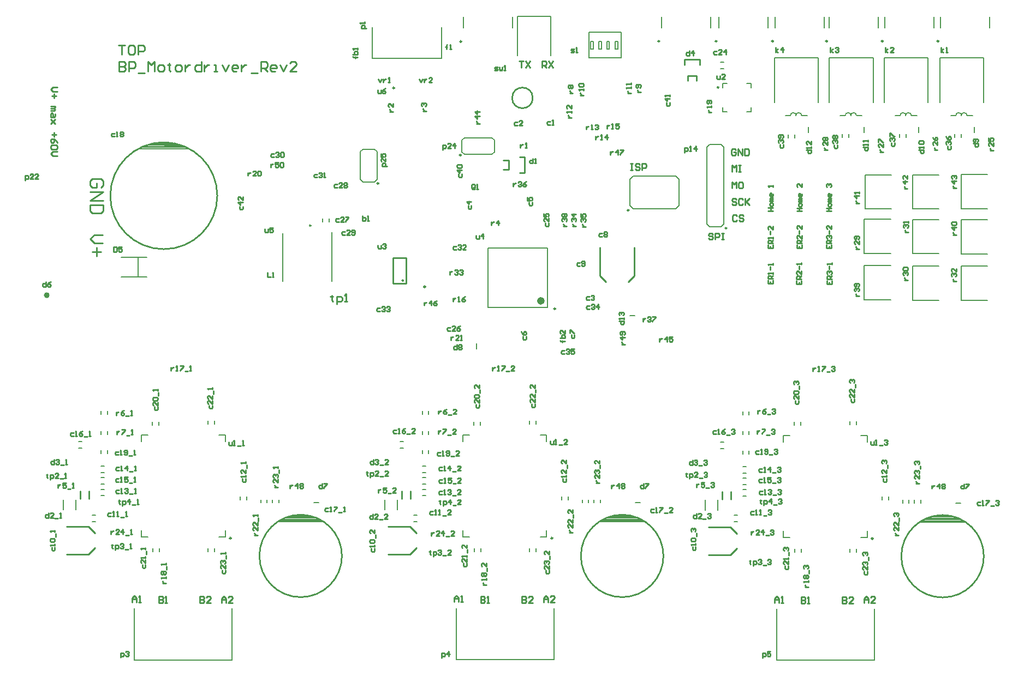
<source format=gto>
G04 Layer_Color=65535*
%FSLAX44Y44*%
%MOMM*%
G71*
G01*
G75*
%ADD54C,0.2540*%
%ADD69C,0.3000*%
%ADD70C,0.2000*%
%ADD71C,0.6000*%
%ADD72C,0.2500*%
%ADD73C,0.1500*%
D54*
X574414Y900000D02*
G03*
X574414Y900000I-1414J0D01*
G01*
X678270Y972000D02*
G03*
X678270Y972000I-1270J0D01*
G01*
X1418650Y972550D02*
G03*
X1418650Y972550I-1270J0D01*
G01*
X1332290D02*
G03*
X1332290Y972550I-1270J0D01*
G01*
X1245930D02*
G03*
X1245930Y972550I-1270J0D01*
G01*
X1162110D02*
G03*
X1162110Y972550I-1270J0D01*
G01*
X985580D02*
G03*
X985580Y972550I-1270J0D01*
G01*
X1074480D02*
G03*
X1074480Y972550I-1270J0D01*
G01*
X788780Y884440D02*
G03*
X788780Y884440I-16000J0D01*
G01*
X321114Y200500D02*
G03*
X321114Y200500I-1414J0D01*
G01*
X819774Y200500D02*
G03*
X819774Y200500I-1414J0D01*
G01*
X1316774Y200000D02*
G03*
X1316774Y200000I-1414J0D01*
G01*
X588000Y601000D02*
G03*
X588000Y601000I-1000J0D01*
G01*
X677630Y795530D02*
G03*
X677630Y795530I-1270J0D01*
G01*
X938130Y710060D02*
G03*
X938130Y710060I-1270J0D01*
G01*
X299500Y732500D02*
G03*
X299500Y732500I-83000J0D01*
G01*
X38097Y578000D02*
G03*
X38097Y578000I-3162J0D01*
G01*
X36349D02*
G03*
X36349Y578000I-1414J0D01*
G01*
X444500Y686000D02*
G03*
X444500Y686000I-1000J0D01*
G01*
X492800Y173000D02*
G03*
X492800Y173000I-64000J0D01*
G01*
X991460Y173000D02*
G03*
X991460Y173000I-64000J0D01*
G01*
X1488460Y172500D02*
G03*
X1488460Y172500I-64000J0D01*
G01*
X1089780Y682160D02*
G03*
X1089780Y682160I-1270J0D01*
G01*
X549740Y751560D02*
G03*
X549740Y751560I-1270J0D01*
G01*
X572000Y596000D02*
Y636000D01*
X592000Y596000D02*
Y636000D01*
X572000D02*
X592000D01*
X572000Y596000D02*
X592000D01*
X1024000Y936000D02*
Y944000D01*
X1048000Y936000D02*
Y944000D01*
X1043000Y911000D02*
Y919000D01*
X1029000Y911000D02*
Y919000D01*
X768380Y792300D02*
X776380Y792300D01*
X768380Y768300D02*
X776380Y768300D01*
X743380Y773300D02*
X751380D01*
X743380Y787300D02*
X751380D01*
X893000Y608000D02*
X902000Y599000D01*
X893000Y608000D02*
Y609000D01*
X937000Y599000D02*
X946000Y608000D01*
Y610000D01*
X893000Y609000D02*
Y652000D01*
X946000Y610000D02*
Y652000D01*
X100800Y273500D02*
X100800Y261500D01*
X86800D02*
X86800Y273500D01*
X65800Y175500D02*
X99800Y175500D01*
X109800Y185500D01*
X65800Y218500D02*
X99800Y218500D01*
X109800Y208500D01*
X564460Y175500D02*
X598460D01*
X608460Y185500D01*
X564460Y218500D02*
X598460Y218500D01*
X608460Y208500D01*
X1061460Y175000D02*
X1095460Y175000D01*
X1105460Y185000D01*
X1061460Y218000D02*
X1095460D01*
X1105460Y208000D01*
X1096460Y273000D02*
X1096460Y261000D01*
X1082460D02*
X1082460Y273000D01*
X599460Y273500D02*
X599460Y261500D01*
X585460D02*
Y273500D01*
X51497Y901000D02*
X44832D01*
X41500Y897668D01*
X44832Y894335D01*
X51497D01*
X46498Y891003D02*
Y884339D01*
X49831Y887671D02*
X43166D01*
X41500Y871010D02*
X48165D01*
Y869343D01*
X46498Y867677D01*
X41500D01*
X46498D01*
X48165Y866011D01*
X46498Y864345D01*
X41500D01*
X48165Y859347D02*
Y856014D01*
X46498Y854348D01*
X41500D01*
Y859347D01*
X43166Y861013D01*
X44832Y859347D01*
Y854348D01*
X48165Y851016D02*
X41500Y844352D01*
X44832Y847684D01*
X48165Y844352D01*
X41500Y851016D01*
X46498Y831022D02*
Y824358D01*
X49831Y827690D02*
X43166D01*
X51497Y814361D02*
X49831Y817693D01*
X46498Y821026D01*
X43166D01*
X41500Y819360D01*
Y816027D01*
X43166Y814361D01*
X44832D01*
X46498Y816027D01*
Y821026D01*
X49831Y811029D02*
X51497Y809363D01*
Y806031D01*
X49831Y804364D01*
X43166D01*
X41500Y806031D01*
Y809363D01*
X43166Y811029D01*
X49831D01*
X51497Y801032D02*
X44832D01*
X41500Y797700D01*
X44832Y794368D01*
X51497D01*
X644750Y259248D02*
Y257998D01*
X643500D01*
X645999D01*
X644750D01*
Y254250D01*
X645999Y253000D01*
X649748Y250501D02*
Y257998D01*
X653497D01*
X654746Y256749D01*
Y254250D01*
X653497Y253000D01*
X649748D01*
X660994D02*
Y260498D01*
X657246Y256749D01*
X662244D01*
X664743Y251750D02*
X669742D01*
X677239Y253000D02*
X672241D01*
X677239Y257998D01*
Y259248D01*
X675990Y260498D01*
X673490D01*
X672241Y259248D01*
X531750Y303748D02*
Y302498D01*
X530500D01*
X532999D01*
X531750D01*
Y298750D01*
X532999Y297500D01*
X536748Y295001D02*
Y302498D01*
X540497D01*
X541746Y301249D01*
Y298750D01*
X540497Y297500D01*
X536748D01*
X549244D02*
X544246D01*
X549244Y302498D01*
Y303748D01*
X547994Y304998D01*
X545495D01*
X544246Y303748D01*
X551743Y296250D02*
X556742D01*
X564239Y297500D02*
X559241D01*
X564239Y302498D01*
Y303748D01*
X562990Y304998D01*
X560490D01*
X559241Y303748D01*
X147250Y259748D02*
Y258498D01*
X146000D01*
X148499D01*
X147250D01*
Y254750D01*
X148499Y253500D01*
X152248Y251001D02*
Y258498D01*
X155997D01*
X157246Y257249D01*
Y254750D01*
X155997Y253500D01*
X152248D01*
X163494D02*
Y260998D01*
X159746Y257249D01*
X164744D01*
X167243Y252250D02*
X172242D01*
X174741Y253500D02*
X177240D01*
X175990D01*
Y260998D01*
X174741Y259748D01*
X35250Y300248D02*
Y298998D01*
X34000D01*
X36499D01*
X35250D01*
Y295250D01*
X36499Y294000D01*
X40248Y291501D02*
Y298998D01*
X43997D01*
X45246Y297749D01*
Y295250D01*
X43997Y294000D01*
X40248D01*
X52744D02*
X47746D01*
X52744Y298998D01*
Y300248D01*
X51494Y301498D01*
X48995D01*
X47746Y300248D01*
X55243Y292750D02*
X60242D01*
X62741Y294000D02*
X65240D01*
X63990D01*
Y301498D01*
X62741Y300248D01*
X136370Y190833D02*
Y189583D01*
X135121D01*
X137620D01*
X136370D01*
Y185834D01*
X137620Y184585D01*
X141369Y182085D02*
Y189583D01*
X145117D01*
X146367Y188333D01*
Y185834D01*
X145117Y184585D01*
X141369D01*
X148866Y190833D02*
X150116Y192082D01*
X152615D01*
X153865Y190833D01*
Y189583D01*
X152615Y188333D01*
X151365D01*
X152615D01*
X153865Y187084D01*
Y185834D01*
X152615Y184585D01*
X150116D01*
X148866Y185834D01*
X156364Y183335D02*
X161362D01*
X163861Y184585D02*
X166361D01*
X165111D01*
Y192082D01*
X163861Y190833D01*
X629284Y180983D02*
Y179733D01*
X628035D01*
X630534D01*
X629284D01*
Y175984D01*
X630534Y174735D01*
X634283Y172236D02*
Y179733D01*
X638032D01*
X639281Y178484D01*
Y175984D01*
X638032Y174735D01*
X634283D01*
X641780Y180983D02*
X643030Y182232D01*
X645529D01*
X646779Y180983D01*
Y179733D01*
X645529Y178484D01*
X644279D01*
X645529D01*
X646779Y177234D01*
Y175984D01*
X645529Y174735D01*
X643030D01*
X641780Y175984D01*
X649278Y173485D02*
X654276D01*
X661774Y174735D02*
X656776D01*
X661774Y179733D01*
Y180983D01*
X660524Y182232D01*
X658025D01*
X656776Y180983D01*
X1125750Y166248D02*
Y164998D01*
X1124500D01*
X1126999D01*
X1125750D01*
Y161250D01*
X1126999Y160000D01*
X1130748Y157501D02*
Y164998D01*
X1134497D01*
X1135746Y163749D01*
Y161250D01*
X1134497Y160000D01*
X1130748D01*
X1138246Y166248D02*
X1139495Y167498D01*
X1141994D01*
X1143244Y166248D01*
Y164998D01*
X1141994Y163749D01*
X1140745D01*
X1141994D01*
X1143244Y162499D01*
Y161250D01*
X1141994Y160000D01*
X1139495D01*
X1138246Y161250D01*
X1145743Y158750D02*
X1150742D01*
X1153241Y166248D02*
X1154490Y167498D01*
X1156990D01*
X1158239Y166248D01*
Y164998D01*
X1156990Y163749D01*
X1155740D01*
X1156990D01*
X1158239Y162499D01*
Y161250D01*
X1156990Y160000D01*
X1154490D01*
X1153241Y161250D01*
X1142250Y260248D02*
Y258998D01*
X1141000D01*
X1143499D01*
X1142250D01*
Y255250D01*
X1143499Y254000D01*
X1147248Y251501D02*
Y258998D01*
X1150997D01*
X1152246Y257749D01*
Y255250D01*
X1150997Y254000D01*
X1147248D01*
X1158494D02*
Y261498D01*
X1154746Y257749D01*
X1159744D01*
X1162243Y252750D02*
X1167242D01*
X1169741Y260248D02*
X1170990Y261498D01*
X1173490D01*
X1174739Y260248D01*
Y258998D01*
X1173490Y257749D01*
X1172240D01*
X1173490D01*
X1174739Y256499D01*
Y255250D01*
X1173490Y254000D01*
X1170990D01*
X1169741Y255250D01*
X1026750Y301748D02*
Y300498D01*
X1025500D01*
X1027999D01*
X1026750D01*
Y296750D01*
X1027999Y295500D01*
X1031748Y293001D02*
Y300498D01*
X1035497D01*
X1036746Y299249D01*
Y296750D01*
X1035497Y295500D01*
X1031748D01*
X1044244D02*
X1039246D01*
X1044244Y300498D01*
Y301748D01*
X1042994Y302998D01*
X1040495D01*
X1039246Y301748D01*
X1046743Y294250D02*
X1051742D01*
X1054241Y301748D02*
X1055490Y302998D01*
X1057990D01*
X1059239Y301748D01*
Y300498D01*
X1057990Y299249D01*
X1056740D01*
X1057990D01*
X1059239Y297999D01*
Y296750D01*
X1057990Y295500D01*
X1055490D01*
X1054241Y296750D01*
X373000Y680498D02*
Y676750D01*
X374250Y675500D01*
X377998D01*
Y680498D01*
X385496Y682998D02*
X380498D01*
Y679249D01*
X382997Y680498D01*
X384246D01*
X385496Y679249D01*
Y676750D01*
X384246Y675500D01*
X381747D01*
X380498Y676750D01*
X476999Y577997D02*
Y575997D01*
X475000D01*
X478999D01*
X476999D01*
Y569999D01*
X478999Y568000D01*
X484997Y564001D02*
Y575997D01*
X490995D01*
X492994Y573998D01*
Y569999D01*
X490995Y568000D01*
X484997D01*
X496993D02*
X500992D01*
X498992D01*
Y579996D01*
X496993Y577997D01*
X382000Y781998D02*
Y777000D01*
Y779499D01*
X383250Y780749D01*
X384499Y781998D01*
X385749D01*
X394496Y784498D02*
X389498D01*
Y780749D01*
X391997Y781998D01*
X393246D01*
X394496Y780749D01*
Y778250D01*
X393246Y777000D01*
X390747D01*
X389498Y778250D01*
X396995Y783248D02*
X398245Y784498D01*
X400744D01*
X401994Y783248D01*
Y778250D01*
X400744Y777000D01*
X398245D01*
X396995Y778250D01*
Y783248D01*
X347000Y768498D02*
Y763500D01*
Y765999D01*
X348250Y767249D01*
X349499Y768498D01*
X350749D01*
X359496Y763500D02*
X354498D01*
X359496Y768498D01*
Y769748D01*
X358246Y770998D01*
X355747D01*
X354498Y769748D01*
X361995D02*
X363245Y770998D01*
X365744D01*
X366994Y769748D01*
Y764750D01*
X365744Y763500D01*
X363245D01*
X361995Y764750D01*
Y769748D01*
X1524Y756199D02*
Y763696D01*
X5273D01*
X6522Y762447D01*
Y759948D01*
X5273Y758698D01*
X1524D01*
X14020D02*
X9022D01*
X14020Y763696D01*
Y764946D01*
X12770Y766196D01*
X10271D01*
X9022Y764946D01*
X21518Y758698D02*
X16519D01*
X21518Y763696D01*
Y764946D01*
X20268Y766196D01*
X17769D01*
X16519Y764946D01*
X377000Y613498D02*
Y606000D01*
X381998D01*
X384498D02*
X386997D01*
X385747D01*
Y613498D01*
X384498Y612248D01*
X33446Y599064D02*
Y591566D01*
X29698D01*
X28448Y592816D01*
Y595315D01*
X29698Y596564D01*
X33446D01*
X40944Y599064D02*
X38445Y597814D01*
X35946Y595315D01*
Y592816D01*
X37195Y591566D01*
X39694D01*
X40944Y592816D01*
Y594065D01*
X39694Y595315D01*
X35946D01*
X138938Y653166D02*
Y645668D01*
X142687D01*
X143936Y646918D01*
Y651916D01*
X142687Y653166D01*
X138938D01*
X151434D02*
X146436D01*
Y649417D01*
X148935Y650666D01*
X150184D01*
X151434Y649417D01*
Y646918D01*
X150184Y645668D01*
X147685D01*
X146436Y646918D01*
X334002Y715998D02*
Y712250D01*
X335251Y711000D01*
X337750D01*
X339000Y712250D01*
Y715998D01*
Y722246D02*
X331502D01*
X335251Y718498D01*
Y723496D01*
X339000Y730994D02*
Y725995D01*
X334002Y730994D01*
X332752D01*
X331502Y729744D01*
Y727245D01*
X332752Y725995D01*
X454324Y765982D02*
X450576D01*
X449326Y764733D01*
Y762234D01*
X450576Y760984D01*
X454324D01*
X456824Y767232D02*
X458073Y768482D01*
X460572D01*
X461822Y767232D01*
Y765982D01*
X460572Y764733D01*
X459323D01*
X460572D01*
X461822Y763483D01*
Y762234D01*
X460572Y760984D01*
X458073D01*
X456824Y762234D01*
X464321Y760984D02*
X466820D01*
X465571D01*
Y768482D01*
X464321Y767232D01*
X387498Y797498D02*
X383750D01*
X382500Y796249D01*
Y793750D01*
X383750Y792500D01*
X387498D01*
X389998Y798748D02*
X391247Y799998D01*
X393746D01*
X394996Y798748D01*
Y797498D01*
X393746Y796249D01*
X392497D01*
X393746D01*
X394996Y794999D01*
Y793750D01*
X393746Y792500D01*
X391247D01*
X389998Y793750D01*
X397495Y798748D02*
X398745Y799998D01*
X401244D01*
X402494Y798748D01*
Y793750D01*
X401244Y792500D01*
X398745D01*
X397495Y793750D01*
Y798748D01*
X497498Y676998D02*
X493750D01*
X492500Y675749D01*
Y673250D01*
X493750Y672000D01*
X497498D01*
X504996D02*
X499998D01*
X504996Y676998D01*
Y678248D01*
X503746Y679498D01*
X501247D01*
X499998Y678248D01*
X507495Y673250D02*
X508745Y672000D01*
X511244D01*
X512494Y673250D01*
Y678248D01*
X511244Y679498D01*
X508745D01*
X507495Y678248D01*
Y676998D01*
X508745Y675749D01*
X512494D01*
X485498Y749998D02*
X481750D01*
X480500Y748749D01*
Y746250D01*
X481750Y745000D01*
X485498D01*
X492996D02*
X487998D01*
X492996Y749998D01*
Y751248D01*
X491746Y752498D01*
X489247D01*
X487998Y751248D01*
X495495D02*
X496745Y752498D01*
X499244D01*
X500494Y751248D01*
Y749998D01*
X499244Y748749D01*
X500494Y747499D01*
Y746250D01*
X499244Y745000D01*
X496745D01*
X495495Y746250D01*
Y747499D01*
X496745Y748749D01*
X495495Y749998D01*
Y751248D01*
X496745Y748749D02*
X499244D01*
X487998Y696998D02*
X484250D01*
X483000Y695749D01*
Y693250D01*
X484250Y692000D01*
X487998D01*
X495496D02*
X490498D01*
X495496Y696998D01*
Y698248D01*
X494246Y699498D01*
X491747D01*
X490498Y698248D01*
X497995Y699498D02*
X502994D01*
Y698248D01*
X497995Y693250D01*
Y692000D01*
X139872Y829482D02*
X136124D01*
X134874Y828233D01*
Y825734D01*
X136124Y824484D01*
X139872D01*
X142372D02*
X144871D01*
X143621D01*
Y831982D01*
X142372Y830732D01*
X148620D02*
X149869Y831982D01*
X152368D01*
X153618Y830732D01*
Y829482D01*
X152368Y828233D01*
X153618Y826983D01*
Y825734D01*
X152368Y824484D01*
X149869D01*
X148620Y825734D01*
Y826983D01*
X149869Y828233D01*
X148620Y829482D01*
Y830732D01*
X149869Y828233D02*
X152368D01*
X524500Y701498D02*
Y694000D01*
X528249D01*
X529498Y695250D01*
Y696499D01*
Y697749D01*
X528249Y698998D01*
X524500D01*
X531998Y694000D02*
X534497D01*
X533247D01*
Y701498D01*
X531998Y700248D01*
X1074000Y918998D02*
Y915250D01*
X1075250Y914000D01*
X1078998D01*
Y918998D01*
X1086496Y914000D02*
X1081498D01*
X1086496Y918998D01*
Y920248D01*
X1085246Y921498D01*
X1082747D01*
X1081498Y920248D01*
X940000Y782497D02*
X943332D01*
X941666D01*
Y772500D01*
X940000D01*
X943332D01*
X954995Y780831D02*
X953329Y782497D01*
X949997D01*
X948331Y780831D01*
Y779165D01*
X949997Y777498D01*
X953329D01*
X954995Y775832D01*
Y774166D01*
X953329Y772500D01*
X949997D01*
X948331Y774166D01*
X958327Y772500D02*
Y782497D01*
X963326D01*
X964992Y780831D01*
Y777498D01*
X963326Y775832D01*
X958327D01*
X926502Y501500D02*
X931500D01*
X929001D01*
X927751Y502750D01*
X926502Y503999D01*
Y505249D01*
X931500Y512746D02*
X924002D01*
X927751Y508998D01*
Y513996D01*
X930250Y516495D02*
X931500Y517745D01*
Y520244D01*
X930250Y521494D01*
X925252D01*
X924002Y520244D01*
Y517745D01*
X925252Y516495D01*
X926502D01*
X927751Y517745D01*
Y521494D01*
X1408074Y282498D02*
Y277500D01*
Y279999D01*
X1409324Y281249D01*
X1410573Y282498D01*
X1411823D01*
X1419320Y277500D02*
Y284998D01*
X1415572Y281249D01*
X1420570D01*
X1423069Y283748D02*
X1424319Y284998D01*
X1426818D01*
X1428068Y283748D01*
Y282498D01*
X1426818Y281249D01*
X1428068Y279999D01*
Y278750D01*
X1426818Y277500D01*
X1424319D01*
X1423069Y278750D01*
Y279999D01*
X1424319Y281249D01*
X1423069Y282498D01*
Y283748D01*
X1424319Y281249D02*
X1426818D01*
X911074Y282998D02*
Y278000D01*
Y280499D01*
X912324Y281749D01*
X913573Y282998D01*
X914823D01*
X922320Y278000D02*
Y285498D01*
X918572Y281749D01*
X923570D01*
X926069Y284248D02*
X927319Y285498D01*
X929818D01*
X931068Y284248D01*
Y282998D01*
X929818Y281749D01*
X931068Y280499D01*
Y279250D01*
X929818Y278000D01*
X927319D01*
X926069Y279250D01*
Y280499D01*
X927319Y281749D01*
X926069Y282998D01*
Y284248D01*
X927319Y281749D02*
X929818D01*
X412414Y282998D02*
Y278000D01*
Y280499D01*
X413664Y281749D01*
X414913Y282998D01*
X416163D01*
X423660Y278000D02*
Y285498D01*
X419912Y281749D01*
X424910D01*
X427409Y284248D02*
X428659Y285498D01*
X431158D01*
X432408Y284248D01*
Y282998D01*
X431158Y281749D01*
X432408Y280499D01*
Y279250D01*
X431158Y278000D01*
X428659D01*
X427409Y279250D01*
Y280499D01*
X428659Y281749D01*
X427409Y282998D01*
Y284248D01*
X428659Y281749D02*
X431158D01*
X909320Y801288D02*
Y796290D01*
Y798789D01*
X910570Y800039D01*
X911819Y801288D01*
X913069D01*
X920566Y796290D02*
Y803788D01*
X916818Y800039D01*
X921816D01*
X924315Y803788D02*
X929314D01*
Y802538D01*
X924315Y797540D01*
Y796290D01*
X620000Y566998D02*
Y562000D01*
Y564499D01*
X621250Y565749D01*
X622499Y566998D01*
X623749D01*
X631246Y562000D02*
Y569498D01*
X627498Y565749D01*
X632496D01*
X639994Y569498D02*
X637494Y568248D01*
X634995Y565749D01*
Y563250D01*
X636245Y562000D01*
X638744D01*
X639994Y563250D01*
Y564499D01*
X638744Y565749D01*
X634995D01*
X985500Y510998D02*
Y506000D01*
Y508499D01*
X986750Y509749D01*
X987999Y510998D01*
X989249D01*
X996746Y506000D02*
Y513498D01*
X992998Y509749D01*
X997996D01*
X1005494Y513498D02*
X1000495D01*
Y509749D01*
X1002994Y510998D01*
X1004244D01*
X1005494Y509749D01*
Y507250D01*
X1004244Y506000D01*
X1001745D01*
X1000495Y507250D01*
X922502Y537998D02*
X930000D01*
Y534250D01*
X928750Y533000D01*
X926251D01*
X925002Y534250D01*
Y537998D01*
X930000Y540498D02*
Y542997D01*
Y541747D01*
X922502D01*
X923752Y540498D01*
Y546746D02*
X922502Y547995D01*
Y550494D01*
X923752Y551744D01*
X925002D01*
X926251Y550494D01*
Y549245D01*
Y550494D01*
X927501Y551744D01*
X928750D01*
X930000Y550494D01*
Y547995D01*
X928750Y546746D01*
X1457658Y284998D02*
Y277500D01*
X1453910D01*
X1452660Y278750D01*
Y281249D01*
X1453910Y282498D01*
X1457658D01*
X1460158Y284998D02*
X1465156D01*
Y283748D01*
X1460158Y278750D01*
Y277500D01*
X960658Y285498D02*
Y278000D01*
X956910D01*
X955660Y279250D01*
Y281749D01*
X956910Y282998D01*
X960658D01*
X963158Y285498D02*
X968156D01*
Y284248D01*
X963158Y279250D01*
Y278000D01*
X461998Y285498D02*
Y278000D01*
X458250D01*
X457000Y279250D01*
Y281749D01*
X458250Y282998D01*
X461998D01*
X464498Y285498D02*
X469496D01*
Y284248D01*
X464498Y279250D01*
Y278000D01*
X649000Y804001D02*
Y811498D01*
X652749D01*
X653998Y810249D01*
Y807750D01*
X652749Y806500D01*
X649000D01*
X661496D02*
X656498D01*
X661496Y811498D01*
Y812748D01*
X660246Y813998D01*
X657747D01*
X656498Y812748D01*
X667744Y806500D02*
Y813998D01*
X663995Y810249D01*
X668994D01*
X996002Y876998D02*
Y873250D01*
X997251Y872000D01*
X999750D01*
X1001000Y873250D01*
Y876998D01*
Y883246D02*
X993502D01*
X997251Y879498D01*
Y884496D01*
X1001000Y886995D02*
Y889494D01*
Y888245D01*
X993502D01*
X994752Y886995D01*
X674002Y765998D02*
Y762250D01*
X675251Y761000D01*
X677750D01*
X679000Y762250D01*
Y765998D01*
Y772246D02*
X671502D01*
X675251Y768498D01*
Y773496D01*
X672752Y775995D02*
X671502Y777245D01*
Y779744D01*
X672752Y780994D01*
X677750D01*
X679000Y779744D01*
Y777245D01*
X677750Y775995D01*
X672752D01*
X530499Y992500D02*
X523002D01*
Y996249D01*
X524251Y997498D01*
X526750D01*
X528000Y996249D01*
Y992500D01*
Y999998D02*
Y1002497D01*
Y1001247D01*
X520502D01*
X521752Y999998D01*
X837998Y491998D02*
X834250D01*
X833000Y490749D01*
Y488250D01*
X834250Y487000D01*
X837998D01*
X840498Y493248D02*
X841747Y494498D01*
X844246D01*
X845496Y493248D01*
Y491998D01*
X844246Y490749D01*
X842997D01*
X844246D01*
X845496Y489499D01*
Y488250D01*
X844246Y487000D01*
X841747D01*
X840498Y488250D01*
X852994Y494498D02*
X847995D01*
Y490749D01*
X850494Y491998D01*
X851744D01*
X852994Y490749D01*
Y488250D01*
X851744Y487000D01*
X849245D01*
X847995Y488250D01*
X876998Y561498D02*
X873250D01*
X872000Y560249D01*
Y557750D01*
X873250Y556500D01*
X876998D01*
X879498Y562748D02*
X880747Y563998D01*
X883246D01*
X884496Y562748D01*
Y561498D01*
X883246Y560249D01*
X881997D01*
X883246D01*
X884496Y558999D01*
Y557750D01*
X883246Y556500D01*
X880747D01*
X879498Y557750D01*
X890744Y556500D02*
Y563998D01*
X886995Y560249D01*
X891994D01*
X669998Y653998D02*
X666250D01*
X665000Y652749D01*
Y650250D01*
X666250Y649000D01*
X669998D01*
X672498Y655248D02*
X673747Y656498D01*
X676246D01*
X677496Y655248D01*
Y653998D01*
X676246Y652749D01*
X674997D01*
X676246D01*
X677496Y651499D01*
Y650250D01*
X676246Y649000D01*
X673747D01*
X672498Y650250D01*
X684994Y649000D02*
X679995D01*
X684994Y653998D01*
Y655248D01*
X683744Y656498D01*
X681245D01*
X679995Y655248D01*
X670998Y500998D02*
Y493500D01*
X667250D01*
X666000Y494750D01*
Y497249D01*
X667250Y498498D01*
X670998D01*
X673498Y499748D02*
X674747Y500998D01*
X677246D01*
X678496Y499748D01*
Y498498D01*
X677246Y497249D01*
X678496Y495999D01*
Y494750D01*
X677246Y493500D01*
X674747D01*
X673498Y494750D01*
Y495999D01*
X674747Y497249D01*
X673498Y498498D01*
Y499748D01*
X674747Y497249D02*
X677246D01*
X1145000Y14501D02*
Y21998D01*
X1148749D01*
X1149998Y20749D01*
Y18250D01*
X1148749Y17000D01*
X1145000D01*
X1157496Y24498D02*
X1152498D01*
Y20749D01*
X1154997Y21998D01*
X1156246D01*
X1157496Y20749D01*
Y18250D01*
X1156246Y17000D01*
X1153747D01*
X1152498Y18250D01*
X647500Y14501D02*
Y21998D01*
X651249D01*
X652498Y20749D01*
Y18250D01*
X651249Y17000D01*
X647500D01*
X658746D02*
Y24498D01*
X654998Y20749D01*
X659996D01*
X149500Y15001D02*
Y22498D01*
X153249D01*
X154498Y21249D01*
Y18750D01*
X153249Y17500D01*
X149500D01*
X156998Y23748D02*
X158247Y24998D01*
X160746D01*
X161996Y23748D01*
Y22498D01*
X160746Y21249D01*
X159497D01*
X160746D01*
X161996Y19999D01*
Y18750D01*
X160746Y17500D01*
X158247D01*
X156998Y18750D01*
X1165352Y955548D02*
Y963046D01*
Y958047D02*
X1169101Y960546D01*
X1165352Y958047D02*
X1169101Y955548D01*
X1176598D02*
Y963046D01*
X1172850Y959297D01*
X1177848D01*
X1250442Y955548D02*
Y963046D01*
Y958047D02*
X1254191Y960546D01*
X1250442Y958047D02*
X1254191Y955548D01*
X1257940Y961796D02*
X1259189Y963046D01*
X1261688D01*
X1262938Y961796D01*
Y960546D01*
X1261688Y959297D01*
X1260439D01*
X1261688D01*
X1262938Y958047D01*
Y956798D01*
X1261688Y955548D01*
X1259189D01*
X1257940Y956798D01*
X1335532Y955548D02*
Y963046D01*
Y958047D02*
X1339281Y960546D01*
X1335532Y958047D02*
X1339281Y955548D01*
X1348028D02*
X1343030D01*
X1348028Y960546D01*
Y961796D01*
X1346778Y963046D01*
X1344279D01*
X1343030Y961796D01*
X1421892Y955548D02*
Y963046D01*
Y958047D02*
X1425641Y960546D01*
X1421892Y958047D02*
X1425641Y955548D01*
X1429390D02*
X1431889D01*
X1430639D01*
Y963046D01*
X1429390Y961796D01*
X1482998Y256998D02*
X1479250D01*
X1478000Y255749D01*
Y253250D01*
X1479250Y252000D01*
X1482998D01*
X1485498D02*
X1487997D01*
X1486747D01*
Y259498D01*
X1485498Y258248D01*
X1491746Y259498D02*
X1496744D01*
Y258248D01*
X1491746Y253250D01*
Y252000D01*
X1499243Y250750D02*
X1504242D01*
X1506741Y258248D02*
X1507990Y259498D01*
X1510490D01*
X1511739Y258248D01*
Y256998D01*
X1510490Y255749D01*
X1509240D01*
X1510490D01*
X1511739Y254499D01*
Y253250D01*
X1510490Y252000D01*
X1507990D01*
X1506741Y253250D01*
X976498Y245998D02*
X972750D01*
X971500Y244749D01*
Y242250D01*
X972750Y241000D01*
X976498D01*
X978998D02*
X981497D01*
X980247D01*
Y248498D01*
X978998Y247248D01*
X985246Y248498D02*
X990244D01*
Y247248D01*
X985246Y242250D01*
Y241000D01*
X992743Y239750D02*
X997742D01*
X1005239Y241000D02*
X1000241D01*
X1005239Y245998D01*
Y247248D01*
X1003990Y248498D01*
X1001490D01*
X1000241Y247248D01*
X471498Y246998D02*
X467750D01*
X466500Y245749D01*
Y243250D01*
X467750Y242000D01*
X471498D01*
X473998D02*
X476497D01*
X475247D01*
Y249498D01*
X473998Y248248D01*
X480246Y249498D02*
X485244D01*
Y248248D01*
X480246Y243250D01*
Y242000D01*
X487743Y240750D02*
X492742D01*
X495241Y242000D02*
X497740D01*
X496490D01*
Y249498D01*
X495241Y248248D01*
X612500Y913498D02*
X614999Y908500D01*
X617498Y913498D01*
X619998D02*
Y908500D01*
Y910999D01*
X621247Y912249D01*
X622497Y913498D01*
X623746D01*
X632494Y908500D02*
X627495D01*
X632494Y913498D01*
Y914748D01*
X631244Y915998D01*
X628745D01*
X627495Y914748D01*
X549500Y913498D02*
X551999Y908500D01*
X554498Y913498D01*
X556998D02*
Y908500D01*
Y910999D01*
X558247Y912249D01*
X559497Y913498D01*
X560746D01*
X564495Y908500D02*
X566994D01*
X565745D01*
Y915998D01*
X564495Y914748D01*
X700500Y670998D02*
Y667250D01*
X701750Y666000D01*
X705498D01*
Y670998D01*
X711746Y666000D02*
Y673498D01*
X707998Y669749D01*
X712996D01*
X548386Y655492D02*
Y651744D01*
X549636Y650494D01*
X553384D01*
Y655492D01*
X555884Y656742D02*
X557133Y657992D01*
X559632D01*
X560882Y656742D01*
Y655492D01*
X559632Y654243D01*
X558383D01*
X559632D01*
X560882Y652993D01*
Y651744D01*
X559632Y650494D01*
X557133D01*
X555884Y651744D01*
X1312530Y351045D02*
Y347296D01*
X1313780Y346046D01*
X1317528D01*
Y351045D01*
X1320028Y346046D02*
X1322527D01*
X1321277D01*
Y353544D01*
X1320028Y352294D01*
X1326276Y344797D02*
X1331274D01*
X1333773Y352294D02*
X1335023Y353544D01*
X1337522D01*
X1338772Y352294D01*
Y351045D01*
X1337522Y349795D01*
X1336272D01*
X1337522D01*
X1338772Y348545D01*
Y347296D01*
X1337522Y346046D01*
X1335023D01*
X1333773Y347296D01*
X815530Y351545D02*
Y347796D01*
X816780Y346546D01*
X820528D01*
Y351545D01*
X823028Y346546D02*
X825527D01*
X824277D01*
Y354044D01*
X823028Y352794D01*
X829276Y345297D02*
X834274D01*
X841771Y346546D02*
X836773D01*
X841771Y351545D01*
Y352794D01*
X840522Y354044D01*
X838023D01*
X836773Y352794D01*
X316870Y349879D02*
Y346130D01*
X318120Y344880D01*
X321868D01*
Y349879D01*
X324368Y344880D02*
X326867D01*
X325617D01*
Y352378D01*
X324368Y351128D01*
X330616Y343630D02*
X335614D01*
X338113Y344880D02*
X340612D01*
X339363D01*
Y352378D01*
X338113Y351128D01*
X729234Y927100D02*
X732983D01*
X734232Y928350D01*
X732983Y929599D01*
X730484D01*
X729234Y930849D01*
X730484Y932098D01*
X734232D01*
X736732D02*
Y928350D01*
X737981Y927100D01*
X739231Y928350D01*
X740480Y927100D01*
X741730Y928350D01*
Y932098D01*
X744229Y927100D02*
X746728D01*
X745479D01*
Y934598D01*
X744229Y933348D01*
X848000Y955500D02*
X851749D01*
X852998Y956750D01*
X851749Y957999D01*
X849250D01*
X848000Y959249D01*
X849250Y960498D01*
X852998D01*
X855498Y955500D02*
X857997D01*
X856747D01*
Y962998D01*
X855498Y961748D01*
X1290002Y576500D02*
X1295000D01*
X1292501D01*
X1291251Y577750D01*
X1290002Y578999D01*
Y580249D01*
X1288752Y583998D02*
X1287502Y585247D01*
Y587746D01*
X1288752Y588996D01*
X1290002D01*
X1291251Y587746D01*
Y586497D01*
Y587746D01*
X1292501Y588996D01*
X1293750D01*
X1295000Y587746D01*
Y585247D01*
X1293750Y583998D01*
Y591495D02*
X1295000Y592745D01*
Y595244D01*
X1293750Y596494D01*
X1288752D01*
X1287502Y595244D01*
Y592745D01*
X1288752Y591495D01*
X1290002D01*
X1291251Y592745D01*
Y596494D01*
X836502Y685000D02*
X841500D01*
X839001D01*
X837751Y686250D01*
X836502Y687499D01*
Y688749D01*
X835252Y692498D02*
X834002Y693747D01*
Y696246D01*
X835252Y697496D01*
X836502D01*
X837751Y696246D01*
Y694997D01*
Y696246D01*
X839001Y697496D01*
X840250D01*
X841500Y696246D01*
Y693747D01*
X840250Y692498D01*
X835252Y699995D02*
X834002Y701245D01*
Y703744D01*
X835252Y704994D01*
X836502D01*
X837751Y703744D01*
X839001Y704994D01*
X840250D01*
X841500Y703744D01*
Y701245D01*
X840250Y699995D01*
X839001D01*
X837751Y701245D01*
X836502Y699995D01*
X835252D01*
X837751Y701245D02*
Y703744D01*
X959500Y541998D02*
Y537000D01*
Y539499D01*
X960750Y540749D01*
X961999Y541998D01*
X963249D01*
X966998Y543248D02*
X968247Y544498D01*
X970746D01*
X971996Y543248D01*
Y541998D01*
X970746Y540749D01*
X969497D01*
X970746D01*
X971996Y539499D01*
Y538250D01*
X970746Y537000D01*
X968247D01*
X966998Y538250D01*
X974495Y544498D02*
X979494D01*
Y543248D01*
X974495Y538250D01*
Y537000D01*
X758500Y751998D02*
Y747000D01*
Y749499D01*
X759750Y750749D01*
X760999Y751998D01*
X762249D01*
X765998Y753248D02*
X767247Y754498D01*
X769746D01*
X770996Y753248D01*
Y751998D01*
X769746Y750749D01*
X768497D01*
X769746D01*
X770996Y749499D01*
Y748250D01*
X769746Y747000D01*
X767247D01*
X765998Y748250D01*
X778494Y754498D02*
X775994Y753248D01*
X773495Y750749D01*
Y748250D01*
X774745Y747000D01*
X777244D01*
X778494Y748250D01*
Y749499D01*
X777244Y750749D01*
X773495D01*
X865502Y684500D02*
X870500D01*
X868001D01*
X866751Y685750D01*
X865502Y686999D01*
Y688249D01*
X864252Y691998D02*
X863002Y693247D01*
Y695746D01*
X864252Y696996D01*
X865502D01*
X866751Y695746D01*
Y694497D01*
Y695746D01*
X868001Y696996D01*
X869250D01*
X870500Y695746D01*
Y693247D01*
X869250Y691998D01*
X863002Y704494D02*
Y699495D01*
X866751D01*
X865502Y701994D01*
Y703244D01*
X866751Y704494D01*
X869250D01*
X870500Y703244D01*
Y700745D01*
X869250Y699495D01*
X851002Y685000D02*
X856000D01*
X853501D01*
X852251Y686250D01*
X851002Y687499D01*
Y688749D01*
X849752Y692498D02*
X848502Y693747D01*
Y696246D01*
X849752Y697496D01*
X851002D01*
X852251Y696246D01*
Y694997D01*
Y696246D01*
X853501Y697496D01*
X854750D01*
X856000Y696246D01*
Y693747D01*
X854750Y692498D01*
X856000Y703744D02*
X848502D01*
X852251Y699995D01*
Y704994D01*
X660000Y614998D02*
Y610000D01*
Y612499D01*
X661250Y613749D01*
X662499Y614998D01*
X663749D01*
X667498Y616248D02*
X668747Y617498D01*
X671246D01*
X672496Y616248D01*
Y614998D01*
X671246Y613749D01*
X669997D01*
X671246D01*
X672496Y612499D01*
Y611250D01*
X671246Y610000D01*
X668747D01*
X667498Y611250D01*
X674995Y616248D02*
X676245Y617498D01*
X678744D01*
X679994Y616248D01*
Y614998D01*
X678744Y613749D01*
X677494D01*
X678744D01*
X679994Y612499D01*
Y611250D01*
X678744Y610000D01*
X676245D01*
X674995Y611250D01*
X1241002Y803500D02*
X1246000D01*
X1243501D01*
X1242251Y804750D01*
X1241002Y805999D01*
Y807249D01*
X1246000Y815996D02*
Y810998D01*
X1241002Y815996D01*
X1239752D01*
X1238502Y814746D01*
Y812247D01*
X1239752Y810998D01*
Y818495D02*
X1238502Y819745D01*
Y822244D01*
X1239752Y823494D01*
X1241002D01*
X1242251Y822244D01*
X1243501Y823494D01*
X1244750D01*
X1246000Y822244D01*
Y819745D01*
X1244750Y818495D01*
X1243501D01*
X1242251Y819745D01*
X1241002Y818495D01*
X1239752D01*
X1242251Y819745D02*
Y822244D01*
X1327502Y800500D02*
X1332500D01*
X1330001D01*
X1328751Y801750D01*
X1327502Y802999D01*
Y804249D01*
X1332500Y812996D02*
Y807998D01*
X1327502Y812996D01*
X1326252D01*
X1325002Y811746D01*
Y809247D01*
X1326252Y807998D01*
X1325002Y815495D02*
Y820494D01*
X1326252D01*
X1331250Y815495D01*
X1332500D01*
X1411502Y803500D02*
X1416500D01*
X1414001D01*
X1412751Y804750D01*
X1411502Y805999D01*
Y807249D01*
X1416500Y815996D02*
Y810998D01*
X1411502Y815996D01*
X1410252D01*
X1409002Y814746D01*
Y812247D01*
X1410252Y810998D01*
X1409002Y823494D02*
X1410252Y820994D01*
X1412751Y818495D01*
X1415250D01*
X1416500Y819745D01*
Y822244D01*
X1415250Y823494D01*
X1414001D01*
X1412751Y822244D01*
Y818495D01*
X1498002Y802500D02*
X1503000D01*
X1500501D01*
X1499251Y803750D01*
X1498002Y804999D01*
Y806249D01*
X1503000Y814996D02*
Y809998D01*
X1498002Y814996D01*
X1496752D01*
X1495502Y813746D01*
Y811247D01*
X1496752Y809998D01*
X1495502Y822494D02*
Y817495D01*
X1499251D01*
X1498002Y819994D01*
Y821244D01*
X1499251Y822494D01*
X1501750D01*
X1503000Y821244D01*
Y818745D01*
X1501750Y817495D01*
X1127500Y210998D02*
Y206000D01*
Y208499D01*
X1128750Y209749D01*
X1129999Y210998D01*
X1131249D01*
X1139996Y206000D02*
X1134998D01*
X1139996Y210998D01*
Y212248D01*
X1138746Y213498D01*
X1136247D01*
X1134998Y212248D01*
X1146244Y206000D02*
Y213498D01*
X1142495Y209749D01*
X1147494D01*
X1149993Y204750D02*
X1154991D01*
X1157490Y212248D02*
X1158740Y213498D01*
X1161239D01*
X1162489Y212248D01*
Y210998D01*
X1161239Y209749D01*
X1159990D01*
X1161239D01*
X1162489Y208499D01*
Y207250D01*
X1161239Y206000D01*
X1158740D01*
X1157490Y207250D01*
X631500Y209498D02*
Y204500D01*
Y206999D01*
X632750Y208249D01*
X633999Y209498D01*
X635249D01*
X643996Y204500D02*
X638998D01*
X643996Y209498D01*
Y210748D01*
X642746Y211998D01*
X640247D01*
X638998Y210748D01*
X650244Y204500D02*
Y211998D01*
X646495Y208249D01*
X651494D01*
X653993Y203250D02*
X658991D01*
X666489Y204500D02*
X661490D01*
X666489Y209498D01*
Y210748D01*
X665239Y211998D01*
X662740D01*
X661490Y210748D01*
X134500Y211498D02*
Y206500D01*
Y208999D01*
X135750Y210249D01*
X136999Y211498D01*
X138249D01*
X146996Y206500D02*
X141998D01*
X146996Y211498D01*
Y212748D01*
X145746Y213998D01*
X143247D01*
X141998Y212748D01*
X153244Y206500D02*
Y213998D01*
X149495Y210249D01*
X154494D01*
X156993Y205250D02*
X161991D01*
X164490Y206500D02*
X166990D01*
X165740D01*
Y213998D01*
X164490Y212748D01*
X1383502Y285500D02*
X1388500D01*
X1386001D01*
X1384751Y286750D01*
X1383502Y287999D01*
Y289249D01*
X1388500Y297996D02*
Y292998D01*
X1383502Y297996D01*
X1382252D01*
X1381002Y296746D01*
Y294247D01*
X1382252Y292998D01*
Y300495D02*
X1381002Y301745D01*
Y304244D01*
X1382252Y305494D01*
X1383502D01*
X1384751Y304244D01*
Y302994D01*
Y304244D01*
X1386001Y305494D01*
X1387250D01*
X1388500Y304244D01*
Y301745D01*
X1387250Y300495D01*
X1389750Y307993D02*
Y312991D01*
X1382252Y315490D02*
X1381002Y316740D01*
Y319239D01*
X1382252Y320489D01*
X1383502D01*
X1384751Y319239D01*
Y317990D01*
Y319239D01*
X1386001Y320489D01*
X1387250D01*
X1388500Y319239D01*
Y316740D01*
X1387250Y315490D01*
X887002Y286500D02*
X892000D01*
X889501D01*
X888251Y287750D01*
X887002Y288999D01*
Y290249D01*
X892000Y298996D02*
Y293998D01*
X887002Y298996D01*
X885752D01*
X884502Y297746D01*
Y295247D01*
X885752Y293998D01*
Y301495D02*
X884502Y302745D01*
Y305244D01*
X885752Y306494D01*
X887002D01*
X888251Y305244D01*
Y303994D01*
Y305244D01*
X889501Y306494D01*
X890750D01*
X892000Y305244D01*
Y302745D01*
X890750Y301495D01*
X893250Y308993D02*
Y313991D01*
X892000Y321489D02*
Y316490D01*
X887002Y321489D01*
X885752D01*
X884502Y320239D01*
Y317740D01*
X885752Y316490D01*
X388502Y279500D02*
X393500D01*
X391001D01*
X389751Y280750D01*
X388502Y281999D01*
Y283249D01*
X393500Y291996D02*
Y286998D01*
X388502Y291996D01*
X387252D01*
X386002Y290746D01*
Y288247D01*
X387252Y286998D01*
Y294495D02*
X386002Y295745D01*
Y298244D01*
X387252Y299494D01*
X388502D01*
X389751Y298244D01*
Y296994D01*
Y298244D01*
X391001Y299494D01*
X392250D01*
X393500Y298244D01*
Y295745D01*
X392250Y294495D01*
X394750Y301993D02*
Y306991D01*
X393500Y309490D02*
Y311990D01*
Y310740D01*
X386002D01*
X387252Y309490D01*
X1351002Y205000D02*
X1356000D01*
X1353501D01*
X1352251Y206250D01*
X1351002Y207499D01*
Y208749D01*
X1356000Y217496D02*
Y212498D01*
X1351002Y217496D01*
X1349752D01*
X1348502Y216246D01*
Y213747D01*
X1349752Y212498D01*
X1356000Y224994D02*
Y219995D01*
X1351002Y224994D01*
X1349752D01*
X1348502Y223744D01*
Y221245D01*
X1349752Y219995D01*
X1357250Y227493D02*
Y232491D01*
X1349752Y234990D02*
X1348502Y236240D01*
Y238739D01*
X1349752Y239989D01*
X1351002D01*
X1352251Y238739D01*
Y237490D01*
Y238739D01*
X1353501Y239989D01*
X1354750D01*
X1356000Y238739D01*
Y236240D01*
X1354750Y234990D01*
X845502Y209500D02*
X850500D01*
X848001D01*
X846751Y210750D01*
X845502Y211999D01*
Y213249D01*
X850500Y221996D02*
Y216998D01*
X845502Y221996D01*
X844252D01*
X843002Y220746D01*
Y218247D01*
X844252Y216998D01*
X850500Y229494D02*
Y224495D01*
X845502Y229494D01*
X844252D01*
X843002Y228244D01*
Y225745D01*
X844252Y224495D01*
X851750Y231993D02*
Y236991D01*
X850500Y244489D02*
Y239490D01*
X845502Y244489D01*
X844252D01*
X843002Y243239D01*
Y240740D01*
X844252Y239490D01*
X357002Y205000D02*
X362000D01*
X359501D01*
X358251Y206250D01*
X357002Y207499D01*
Y208749D01*
X362000Y217496D02*
Y212498D01*
X357002Y217496D01*
X355752D01*
X354502Y216246D01*
Y213747D01*
X355752Y212498D01*
X362000Y224994D02*
Y219995D01*
X357002Y224994D01*
X355752D01*
X354502Y223744D01*
Y221245D01*
X355752Y219995D01*
X363250Y227493D02*
Y232491D01*
X362000Y234990D02*
Y237490D01*
Y236240D01*
X354502D01*
X355752Y234990D01*
X661500Y513498D02*
Y508500D01*
Y510999D01*
X662750Y512249D01*
X663999Y513498D01*
X665249D01*
X673996Y508500D02*
X668998D01*
X673996Y513498D01*
Y514748D01*
X672746Y515998D01*
X670247D01*
X668998Y514748D01*
X676495Y508500D02*
X678994D01*
X677745D01*
Y515998D01*
X676495Y514748D01*
X1061002Y862000D02*
X1066000D01*
X1063501D01*
X1062251Y863250D01*
X1061002Y864499D01*
Y865749D01*
X1066000Y869498D02*
Y871997D01*
Y870747D01*
X1058502D01*
X1059752Y869498D01*
X1064750Y875746D02*
X1066000Y876995D01*
Y879494D01*
X1064750Y880744D01*
X1059752D01*
X1058502Y879494D01*
Y876995D01*
X1059752Y875746D01*
X1061002D01*
X1062251Y876995D01*
Y880744D01*
X1211002Y124500D02*
X1216000D01*
X1213501D01*
X1212251Y125750D01*
X1211002Y126999D01*
Y128249D01*
X1216000Y131998D02*
Y134497D01*
Y133247D01*
X1208502D01*
X1209752Y131998D01*
Y138246D02*
X1208502Y139495D01*
Y141994D01*
X1209752Y143244D01*
X1211002D01*
X1212251Y141994D01*
X1213501Y143244D01*
X1214750D01*
X1216000Y141994D01*
Y139495D01*
X1214750Y138246D01*
X1213501D01*
X1212251Y139495D01*
X1211002Y138246D01*
X1209752D01*
X1212251Y139495D02*
Y141994D01*
X1217250Y145743D02*
Y150742D01*
X1209752Y153241D02*
X1208502Y154490D01*
Y156990D01*
X1209752Y158239D01*
X1211002D01*
X1212251Y156990D01*
Y155740D01*
Y156990D01*
X1213501Y158239D01*
X1214750D01*
X1216000Y156990D01*
Y154490D01*
X1214750Y153241D01*
X711502Y128000D02*
X716500D01*
X714001D01*
X712751Y129250D01*
X711502Y130499D01*
Y131749D01*
X716500Y135498D02*
Y137997D01*
Y136747D01*
X709002D01*
X710252Y135498D01*
Y141746D02*
X709002Y142995D01*
Y145494D01*
X710252Y146744D01*
X711502D01*
X712751Y145494D01*
X714001Y146744D01*
X715250D01*
X716500Y145494D01*
Y142995D01*
X715250Y141746D01*
X714001D01*
X712751Y142995D01*
X711502Y141746D01*
X710252D01*
X712751Y142995D02*
Y145494D01*
X717750Y149243D02*
Y154242D01*
X716500Y161739D02*
Y156741D01*
X711502Y161739D01*
X710252D01*
X709002Y160490D01*
Y157990D01*
X710252Y156741D01*
X214502Y130500D02*
X219500D01*
X217001D01*
X215751Y131750D01*
X214502Y132999D01*
Y134249D01*
X219500Y137998D02*
Y140497D01*
Y139247D01*
X212002D01*
X213252Y137998D01*
Y144246D02*
X212002Y145495D01*
Y147994D01*
X213252Y149244D01*
X214502D01*
X215751Y147994D01*
X217001Y149244D01*
X218250D01*
X219500Y147994D01*
Y145495D01*
X218250Y144246D01*
X217001D01*
X215751Y145495D01*
X214502Y144246D01*
X213252D01*
X215751Y145495D02*
Y147994D01*
X220750Y151743D02*
Y156742D01*
X219500Y159241D02*
Y161740D01*
Y160490D01*
X212002D01*
X213252Y159241D01*
X1223518Y465246D02*
Y460248D01*
Y462747D01*
X1224768Y463997D01*
X1226017Y465246D01*
X1227267D01*
X1231016Y460248D02*
X1233515D01*
X1232265D01*
Y467746D01*
X1231016Y466496D01*
X1237264Y467746D02*
X1242262D01*
Y466496D01*
X1237264Y461498D01*
Y460248D01*
X1244761Y458998D02*
X1249760D01*
X1252259Y466496D02*
X1253508Y467746D01*
X1256008D01*
X1257257Y466496D01*
Y465246D01*
X1256008Y463997D01*
X1254758D01*
X1256008D01*
X1257257Y462747D01*
Y461498D01*
X1256008Y460248D01*
X1253508D01*
X1252259Y461498D01*
X726440Y465754D02*
Y460756D01*
Y463255D01*
X727690Y464505D01*
X728939Y465754D01*
X730189D01*
X733938Y460756D02*
X736437D01*
X735187D01*
Y468254D01*
X733938Y467004D01*
X740186Y468254D02*
X745184D01*
Y467004D01*
X740186Y462006D01*
Y460756D01*
X747683Y459506D02*
X752682D01*
X760179Y460756D02*
X755181D01*
X760179Y465754D01*
Y467004D01*
X758930Y468254D01*
X756430D01*
X755181Y467004D01*
X227838Y465754D02*
Y460756D01*
Y463255D01*
X229088Y464505D01*
X230337Y465754D01*
X231587D01*
X235336Y460756D02*
X237835D01*
X236585D01*
Y468254D01*
X235336Y467004D01*
X241584Y468254D02*
X246582D01*
Y467004D01*
X241584Y462006D01*
Y460756D01*
X249081Y459506D02*
X254080D01*
X256579Y460756D02*
X259078D01*
X257828D01*
Y468254D01*
X256579Y467004D01*
X665000Y572998D02*
Y568000D01*
Y570499D01*
X666250Y571749D01*
X667499Y572998D01*
X668749D01*
X672498Y568000D02*
X674997D01*
X673747D01*
Y575498D01*
X672498Y574248D01*
X683744Y575498D02*
X681245Y574248D01*
X678746Y571749D01*
Y569250D01*
X679995Y568000D01*
X682494D01*
X683744Y569250D01*
Y570499D01*
X682494Y571749D01*
X678746D01*
X903500Y841998D02*
Y837000D01*
Y839499D01*
X904750Y840749D01*
X905999Y841998D01*
X907249D01*
X910998Y837000D02*
X913497D01*
X912247D01*
Y844498D01*
X910998Y843248D01*
X922244Y844498D02*
X917246D01*
Y840749D01*
X919745Y841998D01*
X920994D01*
X922244Y840749D01*
Y838250D01*
X920994Y837000D01*
X918495D01*
X917246Y838250D01*
X886500Y824498D02*
Y819500D01*
Y821999D01*
X887750Y823249D01*
X888999Y824498D01*
X890249D01*
X893998Y819500D02*
X896497D01*
X895247D01*
Y826998D01*
X893998Y825748D01*
X903994Y819500D02*
Y826998D01*
X900246Y823249D01*
X905244D01*
X871500Y840498D02*
Y835500D01*
Y837999D01*
X872750Y839249D01*
X873999Y840498D01*
X875249D01*
X878998Y835500D02*
X881497D01*
X880247D01*
Y842998D01*
X878998Y841748D01*
X885246D02*
X886495Y842998D01*
X888994D01*
X890244Y841748D01*
Y840498D01*
X888994Y839249D01*
X887745D01*
X888994D01*
X890244Y837999D01*
Y836750D01*
X888994Y835500D01*
X886495D01*
X885246Y836750D01*
X843502Y854000D02*
X848500D01*
X846001D01*
X844751Y855250D01*
X843502Y856499D01*
Y857749D01*
X848500Y861498D02*
Y863997D01*
Y862747D01*
X841002D01*
X842252Y861498D01*
X848500Y872744D02*
Y867746D01*
X843502Y872744D01*
X842252D01*
X841002Y871494D01*
Y868995D01*
X842252Y867746D01*
X936002Y891500D02*
X941000D01*
X938501D01*
X937251Y892750D01*
X936002Y893999D01*
Y895249D01*
X941000Y898998D02*
Y901497D01*
Y900247D01*
X933502D01*
X934752Y898998D01*
X941000Y905246D02*
Y907745D01*
Y906495D01*
X933502D01*
X934752Y905246D01*
X862502Y888500D02*
X867500D01*
X865001D01*
X863751Y889750D01*
X862502Y890999D01*
Y892249D01*
X867500Y895998D02*
Y898497D01*
Y897247D01*
X860002D01*
X861252Y895998D01*
Y902246D02*
X860002Y903495D01*
Y905994D01*
X861252Y907244D01*
X866250D01*
X867500Y905994D01*
Y903495D01*
X866250Y902246D01*
X861252D01*
X951002Y893000D02*
X956000D01*
X953501D01*
X952251Y894250D01*
X951002Y895499D01*
Y896749D01*
X954750Y900498D02*
X956000Y901747D01*
Y904246D01*
X954750Y905496D01*
X949752D01*
X948502Y904246D01*
Y901747D01*
X949752Y900498D01*
X951002D01*
X952251Y901747D01*
Y905496D01*
X846002Y892000D02*
X851000D01*
X848501D01*
X847251Y893250D01*
X846002Y894499D01*
Y895749D01*
X844752Y899498D02*
X843502Y900747D01*
Y903246D01*
X844752Y904496D01*
X846002D01*
X847251Y903246D01*
X848501Y904496D01*
X849750D01*
X851000Y903246D01*
Y900747D01*
X849750Y899498D01*
X848501D01*
X847251Y900747D01*
X846002Y899498D01*
X844752D01*
X847251Y900747D02*
Y903246D01*
X1136500Y367498D02*
Y362500D01*
Y364999D01*
X1137750Y366249D01*
X1138999Y367498D01*
X1140249D01*
X1143998Y369998D02*
X1148996D01*
Y368748D01*
X1143998Y363750D01*
Y362500D01*
X1151495Y361250D02*
X1156494D01*
X1158993Y368748D02*
X1160242Y369998D01*
X1162742D01*
X1163991Y368748D01*
Y367498D01*
X1162742Y366249D01*
X1161492D01*
X1162742D01*
X1163991Y364999D01*
Y363750D01*
X1162742Y362500D01*
X1160242D01*
X1158993Y363750D01*
X642000Y367498D02*
Y362500D01*
Y364999D01*
X643250Y366249D01*
X644499Y367498D01*
X645749D01*
X649498Y369998D02*
X654496D01*
Y368748D01*
X649498Y363750D01*
Y362500D01*
X656995Y361250D02*
X661994D01*
X669491Y362500D02*
X664493D01*
X669491Y367498D01*
Y368748D01*
X668242Y369998D01*
X665742D01*
X664493Y368748D01*
X143500Y366498D02*
Y361500D01*
Y363999D01*
X144750Y365249D01*
X145999Y366498D01*
X147249D01*
X150998Y368998D02*
X155996D01*
Y367748D01*
X150998Y362750D01*
Y361500D01*
X158495Y360250D02*
X163494D01*
X165993Y361500D02*
X168492D01*
X167242D01*
Y368998D01*
X165993Y367748D01*
X1137500Y398998D02*
Y394000D01*
Y396499D01*
X1138750Y397749D01*
X1139999Y398998D01*
X1141249D01*
X1149996Y401498D02*
X1147497Y400248D01*
X1144998Y397749D01*
Y395250D01*
X1146247Y394000D01*
X1148746D01*
X1149996Y395250D01*
Y396499D01*
X1148746Y397749D01*
X1144998D01*
X1152495Y392750D02*
X1157494D01*
X1159993Y400248D02*
X1161242Y401498D01*
X1163742D01*
X1164991Y400248D01*
Y398998D01*
X1163742Y397749D01*
X1162492D01*
X1163742D01*
X1164991Y396499D01*
Y395250D01*
X1163742Y394000D01*
X1161242D01*
X1159993Y395250D01*
X642500Y398498D02*
Y393500D01*
Y395999D01*
X643750Y397249D01*
X644999Y398498D01*
X646249D01*
X654996Y400998D02*
X652497Y399748D01*
X649998Y397249D01*
Y394750D01*
X651247Y393500D01*
X653746D01*
X654996Y394750D01*
Y395999D01*
X653746Y397249D01*
X649998D01*
X657495Y392250D02*
X662494D01*
X669991Y393500D02*
X664993D01*
X669991Y398498D01*
Y399748D01*
X668742Y400998D01*
X666242D01*
X664993Y399748D01*
X142500Y396498D02*
Y391500D01*
Y393999D01*
X143750Y395249D01*
X144999Y396498D01*
X146249D01*
X154996Y398998D02*
X152497Y397748D01*
X149998Y395249D01*
Y392750D01*
X151247Y391500D01*
X153746D01*
X154996Y392750D01*
Y393999D01*
X153746Y395249D01*
X149998D01*
X157495Y390250D02*
X162494D01*
X164993Y391500D02*
X167492D01*
X166242D01*
Y398998D01*
X164993Y397748D01*
X1042500Y284998D02*
Y280000D01*
Y282499D01*
X1043750Y283749D01*
X1044999Y284998D01*
X1046249D01*
X1054996Y287498D02*
X1049998D01*
Y283749D01*
X1052497Y284998D01*
X1053746D01*
X1054996Y283749D01*
Y281250D01*
X1053746Y280000D01*
X1051247D01*
X1049998Y281250D01*
X1057495Y278750D02*
X1062494D01*
X1064993Y286248D02*
X1066242Y287498D01*
X1068742D01*
X1069991Y286248D01*
Y284998D01*
X1068742Y283749D01*
X1067492D01*
X1068742D01*
X1069991Y282499D01*
Y281250D01*
X1068742Y280000D01*
X1066242D01*
X1064993Y281250D01*
X549000Y276498D02*
Y271500D01*
Y273999D01*
X550250Y275249D01*
X551499Y276498D01*
X552749D01*
X561496Y278998D02*
X556498D01*
Y275249D01*
X558997Y276498D01*
X560246D01*
X561496Y275249D01*
Y272750D01*
X560246Y271500D01*
X557747D01*
X556498Y272750D01*
X563995Y270250D02*
X568994D01*
X576491Y271500D02*
X571493D01*
X576491Y276498D01*
Y277748D01*
X575242Y278998D01*
X572742D01*
X571493Y277748D01*
X52000Y283498D02*
Y278500D01*
Y280999D01*
X53250Y282249D01*
X54499Y283498D01*
X55749D01*
X64496Y285998D02*
X59498D01*
Y282249D01*
X61997Y283498D01*
X63246D01*
X64496Y282249D01*
Y279750D01*
X63246Y278500D01*
X60747D01*
X59498Y279750D01*
X66995Y277250D02*
X71994D01*
X74493Y278500D02*
X76992D01*
X75742D01*
Y285998D01*
X74493Y284748D01*
X724500Y691498D02*
Y686500D01*
Y688999D01*
X725750Y690249D01*
X726999Y691498D01*
X728249D01*
X735746Y686500D02*
Y693998D01*
X731998Y690249D01*
X736996D01*
X618502Y864000D02*
X623500D01*
X621001D01*
X619751Y865250D01*
X618502Y866499D01*
Y867749D01*
X617252Y871498D02*
X616002Y872747D01*
Y875246D01*
X617252Y876496D01*
X618502D01*
X619751Y875246D01*
Y873997D01*
Y875246D01*
X621001Y876496D01*
X622250D01*
X623500Y875246D01*
Y872747D01*
X622250Y871498D01*
X567002Y863000D02*
X572000D01*
X569501D01*
X568251Y864250D01*
X567002Y865499D01*
Y866749D01*
X572000Y875496D02*
Y870498D01*
X567002Y875496D01*
X565752D01*
X564502Y874246D01*
Y871747D01*
X565752Y870498D01*
X769500Y811998D02*
Y807000D01*
Y809499D01*
X770750Y810749D01*
X771999Y811998D01*
X773249D01*
X776998Y807000D02*
X779497D01*
X778247D01*
Y814498D01*
X776998Y813248D01*
X698998Y744250D02*
Y749248D01*
X697749Y750498D01*
X695250D01*
X694000Y749248D01*
Y744250D01*
X695250Y743000D01*
X697749D01*
X696499Y745499D02*
X698998Y743000D01*
X697749D02*
X698998Y744250D01*
X701498Y743000D02*
X703997D01*
X702747D01*
Y750498D01*
X701498Y749248D01*
X838500Y506250D02*
X832252D01*
X834751D01*
Y505000D01*
Y507499D01*
Y506250D01*
X832252D01*
X831002Y507499D01*
Y511248D02*
X838500D01*
Y514997D01*
X837250Y516246D01*
X836001D01*
X834751D01*
X833502Y514997D01*
Y511248D01*
X838500Y523744D02*
Y518746D01*
X833502Y523744D01*
X832252D01*
X831002Y522494D01*
Y519995D01*
X832252Y518746D01*
X517000Y947250D02*
X510752D01*
X513251D01*
Y946000D01*
Y948499D01*
Y947250D01*
X510752D01*
X509502Y948499D01*
Y952248D02*
X517000D01*
Y955997D01*
X515750Y957246D01*
X514501D01*
X513251D01*
X512002Y955997D01*
Y952248D01*
X517000Y959746D02*
Y962245D01*
Y960995D01*
X509502D01*
X510752Y959746D01*
X654750Y960000D02*
Y966248D01*
Y963749D01*
X653500D01*
X655999D01*
X654750D01*
Y966248D01*
X655999Y967498D01*
X659748Y960000D02*
X662247D01*
X660998D01*
Y967498D01*
X659748Y966248D01*
X1213002Y803498D02*
X1220500D01*
Y799750D01*
X1219250Y798500D01*
X1216751D01*
X1215502Y799750D01*
Y803498D01*
X1220500Y805998D02*
Y808497D01*
Y807247D01*
X1213002D01*
X1214252Y805998D01*
X1220500Y817244D02*
Y812246D01*
X1215502Y817244D01*
X1214252D01*
X1213002Y815994D01*
Y813495D01*
X1214252Y812246D01*
X1301002Y807998D02*
X1308500D01*
Y804250D01*
X1307250Y803000D01*
X1304751D01*
X1303502Y804250D01*
Y807998D01*
X1308500Y810498D02*
Y812997D01*
Y811747D01*
X1301002D01*
X1302252Y810498D01*
X1308500Y816746D02*
Y819245D01*
Y817995D01*
X1301002D01*
X1302252Y816746D01*
X1387502Y803998D02*
X1395000D01*
Y800250D01*
X1393750Y799000D01*
X1391251D01*
X1390002Y800250D01*
Y803998D01*
X1395000Y806498D02*
Y808997D01*
Y807747D01*
X1387502D01*
X1388752Y806498D01*
Y812746D02*
X1387502Y813995D01*
Y816494D01*
X1388752Y817744D01*
X1393750D01*
X1395000Y816494D01*
Y813995D01*
X1393750Y812746D01*
X1388752D01*
X1472002Y813498D02*
X1479500D01*
Y809750D01*
X1478250Y808500D01*
X1475751D01*
X1474502Y809750D01*
Y813498D01*
X1478250Y815998D02*
X1479500Y817247D01*
Y819746D01*
X1478250Y820996D01*
X1473252D01*
X1472002Y819746D01*
Y817247D01*
X1473252Y815998D01*
X1474502D01*
X1475751Y817247D01*
Y820996D01*
X1031498Y957998D02*
Y950500D01*
X1027750D01*
X1026500Y951750D01*
Y954249D01*
X1027750Y955498D01*
X1031498D01*
X1037746Y950500D02*
Y957998D01*
X1033998Y954249D01*
X1038996D01*
X1036498Y321998D02*
Y314500D01*
X1032750D01*
X1031500Y315750D01*
Y318249D01*
X1032750Y319498D01*
X1036498D01*
X1038998Y320748D02*
X1040247Y321998D01*
X1042746D01*
X1043996Y320748D01*
Y319498D01*
X1042746Y318249D01*
X1041497D01*
X1042746D01*
X1043996Y316999D01*
Y315750D01*
X1042746Y314500D01*
X1040247D01*
X1038998Y315750D01*
X1046495Y313250D02*
X1051494D01*
X1053993Y320748D02*
X1055242Y321998D01*
X1057742D01*
X1058991Y320748D01*
Y319498D01*
X1057742Y318249D01*
X1056492D01*
X1057742D01*
X1058991Y316999D01*
Y315750D01*
X1057742Y314500D01*
X1055242D01*
X1053993Y315750D01*
X541498Y322998D02*
Y315500D01*
X537750D01*
X536500Y316750D01*
Y319249D01*
X537750Y320498D01*
X541498D01*
X543998Y321748D02*
X545247Y322998D01*
X547746D01*
X548996Y321748D01*
Y320498D01*
X547746Y319249D01*
X546497D01*
X547746D01*
X548996Y317999D01*
Y316750D01*
X547746Y315500D01*
X545247D01*
X543998Y316750D01*
X551495Y314250D02*
X556494D01*
X563991Y315500D02*
X558993D01*
X563991Y320498D01*
Y321748D01*
X562742Y322998D01*
X560242D01*
X558993Y321748D01*
X46498Y322998D02*
Y315500D01*
X42750D01*
X41500Y316750D01*
Y319249D01*
X42750Y320498D01*
X46498D01*
X48998Y321748D02*
X50247Y322998D01*
X52746D01*
X53996Y321748D01*
Y320498D01*
X52746Y319249D01*
X51497D01*
X52746D01*
X53996Y317999D01*
Y316750D01*
X52746Y315500D01*
X50247D01*
X48998Y316750D01*
X56495Y314250D02*
X61494D01*
X63993Y315500D02*
X66492D01*
X65242D01*
Y322998D01*
X63993Y321748D01*
X1042498Y238998D02*
Y231500D01*
X1038750D01*
X1037500Y232750D01*
Y235249D01*
X1038750Y236498D01*
X1042498D01*
X1049996Y231500D02*
X1044998D01*
X1049996Y236498D01*
Y237748D01*
X1048746Y238998D01*
X1046247D01*
X1044998Y237748D01*
X1052495Y230250D02*
X1057494D01*
X1059993Y237748D02*
X1061242Y238998D01*
X1063742D01*
X1064991Y237748D01*
Y236498D01*
X1063742Y235249D01*
X1062492D01*
X1063742D01*
X1064991Y233999D01*
Y232750D01*
X1063742Y231500D01*
X1061242D01*
X1059993Y232750D01*
X540998Y237998D02*
Y230500D01*
X537250D01*
X536000Y231750D01*
Y234249D01*
X537250Y235498D01*
X540998D01*
X548496Y230500D02*
X543498D01*
X548496Y235498D01*
Y236748D01*
X547246Y237998D01*
X544747D01*
X543498Y236748D01*
X550995Y229250D02*
X555994D01*
X563491Y230500D02*
X558493D01*
X563491Y235498D01*
Y236748D01*
X562242Y237998D01*
X559742D01*
X558493Y236748D01*
X37498Y239998D02*
Y232500D01*
X33750D01*
X32500Y233750D01*
Y236249D01*
X33750Y237498D01*
X37498D01*
X44996Y232500D02*
X39998D01*
X44996Y237498D01*
Y238748D01*
X43746Y239998D01*
X41247D01*
X39998Y238748D01*
X47495Y231250D02*
X52494D01*
X54993Y232500D02*
X57492D01*
X56242D01*
Y239998D01*
X54993Y238748D01*
X788998Y790498D02*
Y783000D01*
X785250D01*
X784000Y784250D01*
Y786749D01*
X785250Y787998D01*
X788998D01*
X791498Y783000D02*
X793997D01*
X792747D01*
Y790498D01*
X791498Y789248D01*
X660998Y527998D02*
X657250D01*
X656000Y526749D01*
Y524250D01*
X657250Y523000D01*
X660998D01*
X668496D02*
X663498D01*
X668496Y527998D01*
Y529248D01*
X667246Y530498D01*
X664747D01*
X663498Y529248D01*
X675994Y530498D02*
X673494Y529248D01*
X670995Y526749D01*
Y524250D01*
X672245Y523000D01*
X674744D01*
X675994Y524250D01*
Y525499D01*
X674744Y526749D01*
X670995D01*
X808502Y689998D02*
Y686250D01*
X809751Y685000D01*
X812250D01*
X813500Y686250D01*
Y689998D01*
Y697496D02*
Y692498D01*
X808502Y697496D01*
X807252D01*
X806002Y696246D01*
Y693747D01*
X807252Y692498D01*
X806002Y704994D02*
Y699995D01*
X809751D01*
X808502Y702494D01*
Y703744D01*
X809751Y704994D01*
X812250D01*
X813500Y703744D01*
Y701245D01*
X812250Y699995D01*
X1074338Y956990D02*
X1070590D01*
X1069340Y955741D01*
Y953242D01*
X1070590Y951992D01*
X1074338D01*
X1081836D02*
X1076838D01*
X1081836Y956990D01*
Y958240D01*
X1080586Y959490D01*
X1078087D01*
X1076838Y958240D01*
X1088084Y951992D02*
Y959490D01*
X1084335Y955741D01*
X1089334D01*
X1303002Y148998D02*
Y145250D01*
X1304251Y144000D01*
X1306750D01*
X1308000Y145250D01*
Y148998D01*
Y156496D02*
Y151498D01*
X1303002Y156496D01*
X1301752D01*
X1300502Y155246D01*
Y152747D01*
X1301752Y151498D01*
Y158995D02*
X1300502Y160245D01*
Y162744D01*
X1301752Y163994D01*
X1303002D01*
X1304251Y162744D01*
Y161494D01*
Y162744D01*
X1305501Y163994D01*
X1306750D01*
X1308000Y162744D01*
Y160245D01*
X1306750Y158995D01*
X1309250Y166493D02*
Y171491D01*
X1301752Y173990D02*
X1300502Y175240D01*
Y177739D01*
X1301752Y178989D01*
X1303002D01*
X1304251Y177739D01*
Y176490D01*
Y177739D01*
X1305501Y178989D01*
X1306750D01*
X1308000Y177739D01*
Y175240D01*
X1306750Y173990D01*
X809002Y150498D02*
Y146750D01*
X810251Y145500D01*
X812750D01*
X814000Y146750D01*
Y150498D01*
Y157996D02*
Y152998D01*
X809002Y157996D01*
X807752D01*
X806502Y156746D01*
Y154247D01*
X807752Y152998D01*
Y160495D02*
X806502Y161745D01*
Y164244D01*
X807752Y165494D01*
X809002D01*
X810251Y164244D01*
Y162994D01*
Y164244D01*
X811501Y165494D01*
X812750D01*
X814000Y164244D01*
Y161745D01*
X812750Y160495D01*
X815250Y167993D02*
Y172991D01*
X814000Y180489D02*
Y175490D01*
X809002Y180489D01*
X807752D01*
X806502Y179239D01*
Y176740D01*
X807752Y175490D01*
X307002Y150998D02*
Y147250D01*
X308251Y146000D01*
X310750D01*
X312000Y147250D01*
Y150998D01*
Y158496D02*
Y153498D01*
X307002Y158496D01*
X305752D01*
X304502Y157246D01*
Y154747D01*
X305752Y153498D01*
Y160995D02*
X304502Y162245D01*
Y164744D01*
X305752Y165994D01*
X307002D01*
X308251Y164744D01*
Y163494D01*
Y164744D01*
X309501Y165994D01*
X310750D01*
X312000Y164744D01*
Y162245D01*
X310750Y160995D01*
X313250Y168493D02*
Y173491D01*
X312000Y175990D02*
Y178490D01*
Y177240D01*
X304502D01*
X305752Y175990D01*
X1282502Y416998D02*
Y413250D01*
X1283751Y412000D01*
X1286250D01*
X1287500Y413250D01*
Y416998D01*
Y424496D02*
Y419498D01*
X1282502Y424496D01*
X1281252D01*
X1280002Y423246D01*
Y420747D01*
X1281252Y419498D01*
X1287500Y431994D02*
Y426995D01*
X1282502Y431994D01*
X1281252D01*
X1280002Y430744D01*
Y428245D01*
X1281252Y426995D01*
X1288750Y434493D02*
Y439491D01*
X1281252Y441990D02*
X1280002Y443240D01*
Y445739D01*
X1281252Y446989D01*
X1282502D01*
X1283751Y445739D01*
Y444490D01*
Y445739D01*
X1285001Y446989D01*
X1286250D01*
X1287500Y445739D01*
Y443240D01*
X1286250Y441990D01*
X787002Y408998D02*
Y405250D01*
X788251Y404000D01*
X790750D01*
X792000Y405250D01*
Y408998D01*
Y416496D02*
Y411498D01*
X787002Y416496D01*
X785752D01*
X784502Y415246D01*
Y412747D01*
X785752Y411498D01*
X792000Y423994D02*
Y418995D01*
X787002Y423994D01*
X785752D01*
X784502Y422744D01*
Y420245D01*
X785752Y418995D01*
X793250Y426493D02*
Y431491D01*
X792000Y438989D02*
Y433990D01*
X787002Y438989D01*
X785752D01*
X784502Y437739D01*
Y435240D01*
X785752Y433990D01*
X287002Y406998D02*
Y403250D01*
X288251Y402000D01*
X290750D01*
X292000Y403250D01*
Y406998D01*
Y414496D02*
Y409498D01*
X287002Y414496D01*
X285752D01*
X284502Y413246D01*
Y410747D01*
X285752Y409498D01*
X292000Y421994D02*
Y416995D01*
X287002Y421994D01*
X285752D01*
X284502Y420744D01*
Y418245D01*
X285752Y416995D01*
X293250Y424493D02*
Y429491D01*
X292000Y431990D02*
Y434490D01*
Y433240D01*
X284502D01*
X285752Y431990D01*
X1180002Y157498D02*
Y153750D01*
X1181251Y152500D01*
X1183750D01*
X1185000Y153750D01*
Y157498D01*
Y164996D02*
Y159998D01*
X1180002Y164996D01*
X1178752D01*
X1177502Y163746D01*
Y161247D01*
X1178752Y159998D01*
X1185000Y167495D02*
Y169994D01*
Y168745D01*
X1177502D01*
X1178752Y167495D01*
X1186250Y173743D02*
Y178742D01*
X1178752Y181241D02*
X1177502Y182490D01*
Y184990D01*
X1178752Y186239D01*
X1180002D01*
X1181251Y184990D01*
Y183740D01*
Y184990D01*
X1182501Y186239D01*
X1183750D01*
X1185000Y184990D01*
Y182490D01*
X1183750Y181241D01*
X681002Y161498D02*
Y157750D01*
X682251Y156500D01*
X684750D01*
X686000Y157750D01*
Y161498D01*
Y168996D02*
Y163998D01*
X681002Y168996D01*
X679752D01*
X678502Y167746D01*
Y165247D01*
X679752Y163998D01*
X686000Y171495D02*
Y173994D01*
Y172745D01*
X678502D01*
X679752Y171495D01*
X687250Y177743D02*
Y182742D01*
X686000Y190239D02*
Y185241D01*
X681002Y190239D01*
X679752D01*
X678502Y188990D01*
Y186490D01*
X679752Y185241D01*
X183002Y159498D02*
Y155750D01*
X184251Y154500D01*
X186750D01*
X188000Y155750D01*
Y159498D01*
Y166996D02*
Y161998D01*
X183002Y166996D01*
X181752D01*
X180502Y165746D01*
Y163247D01*
X181752Y161998D01*
X188000Y169495D02*
Y171994D01*
Y170745D01*
X180502D01*
X181752Y169495D01*
X189250Y175743D02*
Y180742D01*
X188000Y183241D02*
Y185740D01*
Y184490D01*
X180502D01*
X181752Y183241D01*
X1196002Y414498D02*
Y410750D01*
X1197251Y409500D01*
X1199750D01*
X1201000Y410750D01*
Y414498D01*
Y421996D02*
Y416998D01*
X1196002Y421996D01*
X1194752D01*
X1193502Y420746D01*
Y418247D01*
X1194752Y416998D01*
Y424495D02*
X1193502Y425745D01*
Y428244D01*
X1194752Y429494D01*
X1199750D01*
X1201000Y428244D01*
Y425745D01*
X1199750Y424495D01*
X1194752D01*
X1202250Y431993D02*
Y436991D01*
X1194752Y439490D02*
X1193502Y440740D01*
Y443239D01*
X1194752Y444489D01*
X1196002D01*
X1197251Y443239D01*
Y441990D01*
Y443239D01*
X1198501Y444489D01*
X1199750D01*
X1201000Y443239D01*
Y440740D01*
X1199750Y439490D01*
X700502Y408498D02*
Y404750D01*
X701751Y403500D01*
X704250D01*
X705500Y404750D01*
Y408498D01*
Y415996D02*
Y410998D01*
X700502Y415996D01*
X699252D01*
X698002Y414746D01*
Y412247D01*
X699252Y410998D01*
Y418495D02*
X698002Y419745D01*
Y422244D01*
X699252Y423494D01*
X704250D01*
X705500Y422244D01*
Y419745D01*
X704250Y418495D01*
X699252D01*
X706750Y425993D02*
Y430991D01*
X705500Y438489D02*
Y433490D01*
X700502Y438489D01*
X699252D01*
X698002Y437239D01*
Y434740D01*
X699252Y433490D01*
X202002Y404498D02*
Y400750D01*
X203251Y399500D01*
X205750D01*
X207000Y400750D01*
Y404498D01*
Y411996D02*
Y406998D01*
X202002Y411996D01*
X200752D01*
X199502Y410746D01*
Y408247D01*
X200752Y406998D01*
Y414495D02*
X199502Y415745D01*
Y418244D01*
X200752Y419494D01*
X205750D01*
X207000Y418244D01*
Y415745D01*
X205750Y414495D01*
X200752D01*
X208250Y421993D02*
Y426991D01*
X207000Y429490D02*
Y431990D01*
Y430740D01*
X199502D01*
X200752Y429490D01*
X1139498Y336498D02*
X1135750D01*
X1134500Y335249D01*
Y332750D01*
X1135750Y331500D01*
X1139498D01*
X1141998D02*
X1144497D01*
X1143247D01*
Y338998D01*
X1141998Y337748D01*
X1148246Y332750D02*
X1149495Y331500D01*
X1151994D01*
X1153244Y332750D01*
Y337748D01*
X1151994Y338998D01*
X1149495D01*
X1148246Y337748D01*
Y336498D01*
X1149495Y335249D01*
X1153244D01*
X1155743Y330250D02*
X1160742D01*
X1163241Y337748D02*
X1164490Y338998D01*
X1166990D01*
X1168239Y337748D01*
Y336498D01*
X1166990Y335249D01*
X1165740D01*
X1166990D01*
X1168239Y333999D01*
Y332750D01*
X1166990Y331500D01*
X1164490D01*
X1163241Y332750D01*
X645498Y333998D02*
X641750D01*
X640500Y332749D01*
Y330250D01*
X641750Y329000D01*
X645498D01*
X647998D02*
X650497D01*
X649247D01*
Y336498D01*
X647998Y335248D01*
X654246Y330250D02*
X655495Y329000D01*
X657994D01*
X659244Y330250D01*
Y335248D01*
X657994Y336498D01*
X655495D01*
X654246Y335248D01*
Y333998D01*
X655495Y332749D01*
X659244D01*
X661743Y327750D02*
X666742D01*
X674239Y329000D02*
X669241D01*
X674239Y333998D01*
Y335248D01*
X672990Y336498D01*
X670490D01*
X669241Y335248D01*
X145998Y334998D02*
X142250D01*
X141000Y333749D01*
Y331250D01*
X142250Y330000D01*
X145998D01*
X148498D02*
X150997D01*
X149747D01*
Y337498D01*
X148498Y336248D01*
X154746Y331250D02*
X155995Y330000D01*
X158494D01*
X159744Y331250D01*
Y336248D01*
X158494Y337498D01*
X155995D01*
X154746Y336248D01*
Y334998D01*
X155995Y333749D01*
X159744D01*
X162243Y328750D02*
X167242D01*
X169741Y330000D02*
X172240D01*
X170990D01*
Y337498D01*
X169741Y336248D01*
X1072998Y367498D02*
X1069250D01*
X1068000Y366249D01*
Y363750D01*
X1069250Y362500D01*
X1072998D01*
X1075498D02*
X1077997D01*
X1076747D01*
Y369998D01*
X1075498Y368748D01*
X1086744Y369998D02*
X1084245Y368748D01*
X1081746Y366249D01*
Y363750D01*
X1082995Y362500D01*
X1085494D01*
X1086744Y363750D01*
Y364999D01*
X1085494Y366249D01*
X1081746D01*
X1089243Y361250D02*
X1094242D01*
X1096741Y368748D02*
X1097990Y369998D01*
X1100490D01*
X1101739Y368748D01*
Y367498D01*
X1100490Y366249D01*
X1099240D01*
X1100490D01*
X1101739Y364999D01*
Y363750D01*
X1100490Y362500D01*
X1097990D01*
X1096741Y363750D01*
X577260Y368726D02*
X573512D01*
X572262Y367477D01*
Y364978D01*
X573512Y363728D01*
X577260D01*
X579760D02*
X582259D01*
X581009D01*
Y371226D01*
X579760Y369976D01*
X591006Y371226D02*
X588507Y369976D01*
X586008Y367477D01*
Y364978D01*
X587257Y363728D01*
X589756D01*
X591006Y364978D01*
Y366227D01*
X589756Y367477D01*
X586008D01*
X593505Y362478D02*
X598504D01*
X606001Y363728D02*
X601003D01*
X606001Y368726D01*
Y369976D01*
X604752Y371226D01*
X602252D01*
X601003Y369976D01*
X76498Y364498D02*
X72750D01*
X71500Y363249D01*
Y360750D01*
X72750Y359500D01*
X76498D01*
X78998D02*
X81497D01*
X80247D01*
Y366998D01*
X78998Y365748D01*
X90244Y366998D02*
X87745Y365748D01*
X85246Y363249D01*
Y360750D01*
X86495Y359500D01*
X88994D01*
X90244Y360750D01*
Y361999D01*
X88994Y363249D01*
X85246D01*
X92743Y358250D02*
X97742D01*
X100241Y359500D02*
X102740D01*
X101490D01*
Y366998D01*
X100241Y365748D01*
X1144424Y292329D02*
X1140675D01*
X1139425Y291080D01*
Y288580D01*
X1140675Y287331D01*
X1144424D01*
X1146923D02*
X1149422D01*
X1148173D01*
Y294828D01*
X1146923Y293579D01*
X1158169Y294828D02*
X1153171D01*
Y291080D01*
X1155670Y292329D01*
X1156920D01*
X1158169Y291080D01*
Y288580D01*
X1156920Y287331D01*
X1154421D01*
X1153171Y288580D01*
X1160669Y286081D02*
X1165667D01*
X1168166Y293579D02*
X1169416Y294828D01*
X1171915D01*
X1173165Y293579D01*
Y292329D01*
X1171915Y291080D01*
X1170665D01*
X1171915D01*
X1173165Y289830D01*
Y288580D01*
X1171915Y287331D01*
X1169416D01*
X1168166Y288580D01*
X648498Y291498D02*
X644750D01*
X643500Y290249D01*
Y287750D01*
X644750Y286500D01*
X648498D01*
X650998D02*
X653497D01*
X652247D01*
Y293998D01*
X650998Y292748D01*
X662244Y293998D02*
X657246D01*
Y290249D01*
X659745Y291498D01*
X660994D01*
X662244Y290249D01*
Y287750D01*
X660994Y286500D01*
X658495D01*
X657246Y287750D01*
X664743Y285250D02*
X669742D01*
X677239Y286500D02*
X672241D01*
X677239Y291498D01*
Y292748D01*
X675990Y293998D01*
X673490D01*
X672241Y292748D01*
X146498Y292998D02*
X142750D01*
X141500Y291749D01*
Y289250D01*
X142750Y288000D01*
X146498D01*
X148998D02*
X151497D01*
X150247D01*
Y295498D01*
X148998Y294248D01*
X160244Y295498D02*
X155246D01*
Y291749D01*
X157745Y292998D01*
X158994D01*
X160244Y291749D01*
Y289250D01*
X158994Y288000D01*
X156495D01*
X155246Y289250D01*
X162743Y286750D02*
X167742D01*
X170241Y288000D02*
X172740D01*
X171490D01*
Y295498D01*
X170241Y294248D01*
X1144498Y308498D02*
X1140750D01*
X1139500Y307249D01*
Y304750D01*
X1140750Y303500D01*
X1144498D01*
X1146998D02*
X1149497D01*
X1148247D01*
Y310998D01*
X1146998Y309748D01*
X1156994Y303500D02*
Y310998D01*
X1153246Y307249D01*
X1158244D01*
X1160743Y302250D02*
X1165742D01*
X1168241Y309748D02*
X1169490Y310998D01*
X1171990D01*
X1173239Y309748D01*
Y308498D01*
X1171990Y307249D01*
X1170740D01*
X1171990D01*
X1173239Y305999D01*
Y304750D01*
X1171990Y303500D01*
X1169490D01*
X1168241Y304750D01*
X647998Y310498D02*
X644250D01*
X643000Y309249D01*
Y306750D01*
X644250Y305500D01*
X647998D01*
X650498D02*
X652997D01*
X651747D01*
Y312998D01*
X650498Y311748D01*
X660494Y305500D02*
Y312998D01*
X656746Y309249D01*
X661744D01*
X664243Y304250D02*
X669242D01*
X676739Y305500D02*
X671741D01*
X676739Y310498D01*
Y311748D01*
X675490Y312998D01*
X672990D01*
X671741Y311748D01*
X146998Y310498D02*
X143250D01*
X142000Y309249D01*
Y306750D01*
X143250Y305500D01*
X146998D01*
X149498D02*
X151997D01*
X150747D01*
Y312998D01*
X149498Y311748D01*
X159494Y305500D02*
Y312998D01*
X155746Y309249D01*
X160744D01*
X163243Y304250D02*
X168242D01*
X170741Y305500D02*
X173240D01*
X171990D01*
Y312998D01*
X170741Y311748D01*
X1144998Y273998D02*
X1141250D01*
X1140000Y272749D01*
Y270250D01*
X1141250Y269000D01*
X1144998D01*
X1147498D02*
X1149997D01*
X1148747D01*
Y276498D01*
X1147498Y275248D01*
X1153746D02*
X1154995Y276498D01*
X1157494D01*
X1158744Y275248D01*
Y273998D01*
X1157494Y272749D01*
X1156245D01*
X1157494D01*
X1158744Y271499D01*
Y270250D01*
X1157494Y269000D01*
X1154995D01*
X1153746Y270250D01*
X1161243Y267750D02*
X1166242D01*
X1168741Y275248D02*
X1169990Y276498D01*
X1172490D01*
X1173739Y275248D01*
Y273998D01*
X1172490Y272749D01*
X1171240D01*
X1172490D01*
X1173739Y271499D01*
Y270250D01*
X1172490Y269000D01*
X1169990D01*
X1168741Y270250D01*
X647998Y273498D02*
X644250D01*
X643000Y272249D01*
Y269750D01*
X644250Y268500D01*
X647998D01*
X650498D02*
X652997D01*
X651747D01*
Y275998D01*
X650498Y274748D01*
X656746D02*
X657995Y275998D01*
X660494D01*
X661744Y274748D01*
Y273498D01*
X660494Y272249D01*
X659245D01*
X660494D01*
X661744Y270999D01*
Y269750D01*
X660494Y268500D01*
X657995D01*
X656746Y269750D01*
X664243Y267250D02*
X669242D01*
X676739Y268500D02*
X671741D01*
X676739Y273498D01*
Y274748D01*
X675490Y275998D01*
X672990D01*
X671741Y274748D01*
X146998Y275498D02*
X143250D01*
X142000Y274249D01*
Y271750D01*
X143250Y270500D01*
X146998D01*
X149498D02*
X151997D01*
X150747D01*
Y277998D01*
X149498Y276748D01*
X155746D02*
X156995Y277998D01*
X159494D01*
X160744Y276748D01*
Y275498D01*
X159494Y274249D01*
X158245D01*
X159494D01*
X160744Y272999D01*
Y271750D01*
X159494Y270500D01*
X156995D01*
X155746Y271750D01*
X163243Y269250D02*
X168242D01*
X170741Y270500D02*
X173240D01*
X171990D01*
Y277998D01*
X170741Y276748D01*
X1332502Y292998D02*
Y289250D01*
X1333751Y288000D01*
X1336250D01*
X1337500Y289250D01*
Y292998D01*
Y295498D02*
Y297997D01*
Y296747D01*
X1330002D01*
X1331252Y295498D01*
X1337500Y306744D02*
Y301746D01*
X1332502Y306744D01*
X1331252D01*
X1330002Y305494D01*
Y302995D01*
X1331252Y301746D01*
X1338750Y309243D02*
Y314242D01*
X1331252Y316741D02*
X1330002Y317990D01*
Y320490D01*
X1331252Y321739D01*
X1332502D01*
X1333751Y320490D01*
Y319240D01*
Y320490D01*
X1335001Y321739D01*
X1336250D01*
X1337500Y320490D01*
Y317990D01*
X1336250Y316741D01*
X835502Y292998D02*
Y289250D01*
X836751Y288000D01*
X839250D01*
X840500Y289250D01*
Y292998D01*
Y295498D02*
Y297997D01*
Y296747D01*
X833002D01*
X834252Y295498D01*
X840500Y306744D02*
Y301746D01*
X835502Y306744D01*
X834252D01*
X833002Y305494D01*
Y302995D01*
X834252Y301746D01*
X841750Y309243D02*
Y314242D01*
X840500Y321739D02*
Y316741D01*
X835502Y321739D01*
X834252D01*
X833002Y320490D01*
Y317990D01*
X834252Y316741D01*
X338502Y292998D02*
Y289250D01*
X339751Y288000D01*
X342250D01*
X343500Y289250D01*
Y292998D01*
Y295498D02*
Y297997D01*
Y296747D01*
X336002D01*
X337252Y295498D01*
X343500Y306744D02*
Y301746D01*
X338502Y306744D01*
X337252D01*
X336002Y305494D01*
Y302995D01*
X337252Y301746D01*
X344750Y309243D02*
Y314242D01*
X343500Y316741D02*
Y319240D01*
Y317990D01*
X336002D01*
X337252Y316741D01*
X1131498Y242038D02*
X1127750D01*
X1126500Y240789D01*
Y238290D01*
X1127750Y237040D01*
X1131498D01*
X1133998D02*
X1136497D01*
X1135247D01*
Y244538D01*
X1133998Y243288D01*
X1140246Y237040D02*
X1142745D01*
X1141495D01*
Y244538D01*
X1140246Y243288D01*
X1146494Y235790D02*
X1151492D01*
X1153991Y243288D02*
X1155241Y244538D01*
X1157740D01*
X1158990Y243288D01*
Y242038D01*
X1157740Y240789D01*
X1156490D01*
X1157740D01*
X1158990Y239539D01*
Y238290D01*
X1157740Y237040D01*
X1155241D01*
X1153991Y238290D01*
X633958Y241998D02*
X630210D01*
X628960Y240749D01*
Y238250D01*
X630210Y237000D01*
X633958D01*
X636458D02*
X638957D01*
X637707D01*
Y244498D01*
X636458Y243248D01*
X642706Y237000D02*
X645205D01*
X643955D01*
Y244498D01*
X642706Y243248D01*
X648954Y235750D02*
X653952D01*
X661450Y237000D02*
X656451D01*
X661450Y241998D01*
Y243248D01*
X660200Y244498D01*
X657701D01*
X656451Y243248D01*
X134498Y239498D02*
X130750D01*
X129500Y238249D01*
Y235750D01*
X130750Y234500D01*
X134498D01*
X136998D02*
X139497D01*
X138247D01*
Y241998D01*
X136998Y240748D01*
X143246Y234500D02*
X145745D01*
X144495D01*
Y241998D01*
X143246Y240748D01*
X149494Y233250D02*
X154492D01*
X156991Y234500D02*
X159490D01*
X158241D01*
Y241998D01*
X156991Y240748D01*
X1036502Y186998D02*
Y183250D01*
X1037751Y182000D01*
X1040250D01*
X1041500Y183250D01*
Y186998D01*
Y189498D02*
Y191997D01*
Y190747D01*
X1034002D01*
X1035252Y189498D01*
Y195746D02*
X1034002Y196995D01*
Y199494D01*
X1035252Y200744D01*
X1040250D01*
X1041500Y199494D01*
Y196995D01*
X1040250Y195746D01*
X1035252D01*
X1042750Y203243D02*
Y208242D01*
X1035252Y210741D02*
X1034002Y211990D01*
Y214490D01*
X1035252Y215739D01*
X1036502D01*
X1037751Y214490D01*
Y213240D01*
Y214490D01*
X1039001Y215739D01*
X1040250D01*
X1041500Y214490D01*
Y211990D01*
X1040250Y210741D01*
X538502Y184498D02*
Y180750D01*
X539751Y179500D01*
X542250D01*
X543500Y180750D01*
Y184498D01*
Y186998D02*
Y189497D01*
Y188247D01*
X536002D01*
X537252Y186998D01*
Y193246D02*
X536002Y194495D01*
Y196994D01*
X537252Y198244D01*
X542250D01*
X543500Y196994D01*
Y194495D01*
X542250Y193246D01*
X537252D01*
X544750Y200743D02*
Y205742D01*
X543500Y213239D02*
Y208241D01*
X538502Y213239D01*
X537252D01*
X536002Y211990D01*
Y209490D01*
X537252Y208241D01*
X42502Y186498D02*
Y182750D01*
X43751Y181500D01*
X46250D01*
X47500Y182750D01*
Y186498D01*
Y188998D02*
Y191497D01*
Y190247D01*
X40002D01*
X41252Y188998D01*
Y195246D02*
X40002Y196495D01*
Y198994D01*
X41252Y200244D01*
X46250D01*
X47500Y198994D01*
Y196495D01*
X46250Y195246D01*
X41252D01*
X48750Y202743D02*
Y207742D01*
X47500Y210241D02*
Y212740D01*
Y211490D01*
X40002D01*
X41252Y210241D01*
X861998Y628498D02*
X858250D01*
X857000Y627249D01*
Y624750D01*
X858250Y623500D01*
X861998D01*
X864498Y624750D02*
X865747Y623500D01*
X868246D01*
X869496Y624750D01*
Y629748D01*
X868246Y630998D01*
X865747D01*
X864498Y629748D01*
Y628498D01*
X865747Y627249D01*
X869496D01*
X896498Y673998D02*
X892750D01*
X891500Y672749D01*
Y670250D01*
X892750Y669000D01*
X896498D01*
X898998Y675248D02*
X900247Y676498D01*
X902746D01*
X903996Y675248D01*
Y673998D01*
X902746Y672749D01*
X903996Y671499D01*
Y670250D01*
X902746Y669000D01*
X900247D01*
X898998Y670250D01*
Y671499D01*
X900247Y672749D01*
X898998Y673998D01*
Y675248D01*
X900247Y672749D02*
X902746D01*
X848502Y516498D02*
Y512750D01*
X849751Y511500D01*
X852250D01*
X853500Y512750D01*
Y516498D01*
X846002Y518998D02*
Y523996D01*
X847252D01*
X852250Y518998D01*
X853500D01*
X773502Y513998D02*
Y510250D01*
X774751Y509000D01*
X777250D01*
X778500Y510250D01*
Y513998D01*
X771002Y521496D02*
X772252Y518997D01*
X774751Y516498D01*
X777250D01*
X778500Y517747D01*
Y520246D01*
X777250Y521496D01*
X776001D01*
X774751Y520246D01*
Y516498D01*
X783002Y722498D02*
Y718750D01*
X784251Y717500D01*
X786750D01*
X788000Y718750D01*
Y722498D01*
X780502Y729996D02*
Y724998D01*
X784251D01*
X783002Y727497D01*
Y728746D01*
X784251Y729996D01*
X786750D01*
X788000Y728746D01*
Y726247D01*
X786750Y724998D01*
X688502Y716998D02*
Y713250D01*
X689751Y712000D01*
X692250D01*
X693500Y713250D01*
Y716998D01*
Y723246D02*
X686002D01*
X689751Y719498D01*
Y724496D01*
X876498Y575498D02*
X872750D01*
X871500Y574249D01*
Y571750D01*
X872750Y570500D01*
X876498D01*
X878998Y576748D02*
X880247Y577998D01*
X882746D01*
X883996Y576748D01*
Y575498D01*
X882746Y574249D01*
X881497D01*
X882746D01*
X883996Y572999D01*
Y571750D01*
X882746Y570500D01*
X880247D01*
X878998Y571750D01*
X764998Y846498D02*
X761250D01*
X760000Y845249D01*
Y842750D01*
X761250Y841500D01*
X764998D01*
X772496D02*
X767498D01*
X772496Y846498D01*
Y847748D01*
X771246Y848998D01*
X768747D01*
X767498Y847748D01*
X815998Y847998D02*
X812250D01*
X811000Y846749D01*
Y844250D01*
X812250Y843000D01*
X815998D01*
X818498D02*
X820997D01*
X819747D01*
Y850498D01*
X818498Y849248D01*
X1290002Y650000D02*
X1295000D01*
X1292501D01*
X1291251Y651250D01*
X1290002Y652499D01*
Y653749D01*
X1295000Y662496D02*
Y657498D01*
X1290002Y662496D01*
X1288752D01*
X1287502Y661246D01*
Y658747D01*
X1288752Y657498D01*
X1293750Y664995D02*
X1295000Y666245D01*
Y668744D01*
X1293750Y669994D01*
X1288752D01*
X1287502Y668744D01*
Y666245D01*
X1288752Y664995D01*
X1290002D01*
X1291251Y666245D01*
Y669994D01*
X1365502Y601500D02*
X1370500D01*
X1368001D01*
X1366751Y602750D01*
X1365502Y603999D01*
Y605249D01*
X1364252Y608998D02*
X1363002Y610247D01*
Y612746D01*
X1364252Y613996D01*
X1365502D01*
X1366751Y612746D01*
Y611497D01*
Y612746D01*
X1368001Y613996D01*
X1369250D01*
X1370500Y612746D01*
Y610247D01*
X1369250Y608998D01*
X1364252Y616495D02*
X1363002Y617745D01*
Y620244D01*
X1364252Y621494D01*
X1369250D01*
X1370500Y620244D01*
Y617745D01*
X1369250Y616495D01*
X1364252D01*
X1366002Y675500D02*
X1371000D01*
X1368501D01*
X1367251Y676750D01*
X1366002Y677999D01*
Y679249D01*
X1364752Y682998D02*
X1363502Y684247D01*
Y686746D01*
X1364752Y687996D01*
X1366002D01*
X1367251Y686746D01*
Y685497D01*
Y686746D01*
X1368501Y687996D01*
X1369750D01*
X1371000Y686746D01*
Y684247D01*
X1369750Y682998D01*
X1371000Y690495D02*
Y692994D01*
Y691745D01*
X1363502D01*
X1364752Y690495D01*
X1440502Y599500D02*
X1445500D01*
X1443001D01*
X1441751Y600750D01*
X1440502Y601999D01*
Y603249D01*
X1439252Y606998D02*
X1438002Y608247D01*
Y610746D01*
X1439252Y611996D01*
X1440502D01*
X1441751Y610746D01*
Y609497D01*
Y610746D01*
X1443001Y611996D01*
X1444250D01*
X1445500Y610746D01*
Y608247D01*
X1444250Y606998D01*
X1445500Y619494D02*
Y614495D01*
X1440502Y619494D01*
X1439252D01*
X1438002Y618244D01*
Y615745D01*
X1439252Y614495D01*
X1441002Y672000D02*
X1446000D01*
X1443501D01*
X1442251Y673250D01*
X1441002Y674499D01*
Y675749D01*
X1446000Y683246D02*
X1438502D01*
X1442251Y679498D01*
Y684496D01*
X1439752Y686995D02*
X1438502Y688245D01*
Y690744D01*
X1439752Y691994D01*
X1444750D01*
X1446000Y690744D01*
Y688245D01*
X1444750Y686995D01*
X1439752D01*
X1290002Y721000D02*
X1295000D01*
X1292501D01*
X1291251Y722250D01*
X1290002Y723499D01*
Y724749D01*
X1295000Y732246D02*
X1287502D01*
X1291251Y728498D01*
Y733496D01*
X1295000Y735995D02*
Y738494D01*
Y737245D01*
X1287502D01*
X1288752Y735995D01*
X1365002Y743500D02*
X1370000D01*
X1367501D01*
X1366251Y744750D01*
X1365002Y745999D01*
Y747249D01*
X1370000Y754746D02*
X1362502D01*
X1366251Y750998D01*
Y755996D01*
X1370000Y763494D02*
Y758495D01*
X1365002Y763494D01*
X1363752D01*
X1362502Y762244D01*
Y759745D01*
X1363752Y758495D01*
X1441002Y744000D02*
X1446000D01*
X1443501D01*
X1442251Y745250D01*
X1441002Y746499D01*
Y747749D01*
X1446000Y755246D02*
X1438502D01*
X1442251Y751498D01*
Y756496D01*
X1439752Y758995D02*
X1438502Y760245D01*
Y762744D01*
X1439752Y763994D01*
X1441002D01*
X1442251Y762744D01*
Y761494D01*
Y762744D01*
X1443501Y763994D01*
X1444750D01*
X1446000Y762744D01*
Y760245D01*
X1444750Y758995D01*
X551998Y557998D02*
X548250D01*
X547000Y556749D01*
Y554250D01*
X548250Y553000D01*
X551998D01*
X554498Y559248D02*
X555747Y560498D01*
X558246D01*
X559496Y559248D01*
Y557998D01*
X558246Y556749D01*
X556997D01*
X558246D01*
X559496Y555499D01*
Y554250D01*
X558246Y553000D01*
X555747D01*
X554498Y554250D01*
X561995Y559248D02*
X563245Y560498D01*
X565744D01*
X566994Y559248D01*
Y557998D01*
X565744Y556749D01*
X564494D01*
X565744D01*
X566994Y555499D01*
Y554250D01*
X565744Y553000D01*
X563245D01*
X561995Y554250D01*
X1432002Y809498D02*
Y805750D01*
X1433251Y804500D01*
X1435750D01*
X1437000Y805750D01*
Y809498D01*
X1430752Y811998D02*
X1429502Y813247D01*
Y815746D01*
X1430752Y816996D01*
X1432002D01*
X1433251Y815746D01*
Y814497D01*
Y815746D01*
X1434501Y816996D01*
X1435750D01*
X1437000Y815746D01*
Y813247D01*
X1435750Y811998D01*
X1429502Y824494D02*
X1430752Y821994D01*
X1433251Y819495D01*
X1435750D01*
X1437000Y820745D01*
Y823244D01*
X1435750Y824494D01*
X1434501D01*
X1433251Y823244D01*
Y819495D01*
X1345002Y814998D02*
Y811250D01*
X1346251Y810000D01*
X1348750D01*
X1350000Y811250D01*
Y814998D01*
X1343752Y817498D02*
X1342502Y818747D01*
Y821246D01*
X1343752Y822496D01*
X1345002D01*
X1346251Y821246D01*
Y819997D01*
Y821246D01*
X1347501Y822496D01*
X1348750D01*
X1350000Y821246D01*
Y818747D01*
X1348750Y817498D01*
X1342502Y824995D02*
Y829994D01*
X1343752D01*
X1348750Y824995D01*
X1350000D01*
X1256502Y811498D02*
Y807750D01*
X1257751Y806500D01*
X1260250D01*
X1261500Y807750D01*
Y811498D01*
X1255252Y813998D02*
X1254002Y815247D01*
Y817746D01*
X1255252Y818996D01*
X1256502D01*
X1257751Y817746D01*
Y816497D01*
Y817746D01*
X1259001Y818996D01*
X1260250D01*
X1261500Y817746D01*
Y815247D01*
X1260250Y813998D01*
X1255252Y821495D02*
X1254002Y822745D01*
Y825244D01*
X1255252Y826494D01*
X1256502D01*
X1257751Y825244D01*
X1259001Y826494D01*
X1260250D01*
X1261500Y825244D01*
Y822745D01*
X1260250Y821495D01*
X1259001D01*
X1257751Y822745D01*
X1256502Y821495D01*
X1255252D01*
X1257751Y822745D02*
Y825244D01*
X1172002Y811998D02*
Y808250D01*
X1173251Y807000D01*
X1175750D01*
X1177000Y808250D01*
Y811998D01*
X1170752Y814498D02*
X1169502Y815747D01*
Y818246D01*
X1170752Y819496D01*
X1172002D01*
X1173251Y818246D01*
Y816997D01*
Y818246D01*
X1174501Y819496D01*
X1175750D01*
X1177000Y818246D01*
Y815747D01*
X1175750Y814498D01*
Y821995D02*
X1177000Y823245D01*
Y825744D01*
X1175750Y826994D01*
X1170752D01*
X1169502Y825744D01*
Y823245D01*
X1170752Y821995D01*
X1172002D01*
X1173251Y823245D01*
Y826994D01*
X548000Y896498D02*
Y892750D01*
X549250Y891500D01*
X552998D01*
Y896498D01*
X560496Y898998D02*
X557997Y897748D01*
X555498Y895249D01*
Y892750D01*
X556747Y891500D01*
X559246D01*
X560496Y892750D01*
Y893999D01*
X559246Y895249D01*
X555498D01*
X701502Y844500D02*
X706500D01*
X704001D01*
X702751Y845750D01*
X701502Y846999D01*
Y848249D01*
X706500Y855746D02*
X699002D01*
X702751Y851998D01*
Y856996D01*
X706500Y863244D02*
X699002D01*
X702751Y859495D01*
Y864494D01*
X1024500Y799501D02*
Y806998D01*
X1028249D01*
X1029498Y805749D01*
Y803250D01*
X1028249Y802000D01*
X1024500D01*
X1031998D02*
X1034497D01*
X1033247D01*
Y809498D01*
X1031998Y808248D01*
X1041994Y802000D02*
Y809498D01*
X1038246Y805749D01*
X1043244D01*
X562999Y778000D02*
X555502D01*
Y781749D01*
X556751Y782998D01*
X559250D01*
X560500Y781749D01*
Y778000D01*
Y790496D02*
Y785498D01*
X555502Y790496D01*
X554252D01*
X553002Y789246D01*
Y786747D01*
X554252Y785498D01*
X553002Y797994D02*
Y792995D01*
X556751D01*
X555502Y795494D01*
Y796744D01*
X556751Y797994D01*
X559250D01*
X560500Y796744D01*
Y794245D01*
X559250Y792995D01*
X146500Y966495D02*
X156497D01*
X151498D01*
Y951500D01*
X168993Y966495D02*
X163994D01*
X161495Y963996D01*
Y953999D01*
X163994Y951500D01*
X168993D01*
X171492Y953999D01*
Y963996D01*
X168993Y966495D01*
X176490Y951500D02*
Y966495D01*
X183988D01*
X186487Y963996D01*
Y958998D01*
X183988Y956498D01*
X176490D01*
X147000Y940495D02*
Y925500D01*
X154498D01*
X156997Y927999D01*
Y930498D01*
X154498Y932998D01*
X147000D01*
X154498D01*
X156997Y935497D01*
Y937996D01*
X154498Y940495D01*
X147000D01*
X161995Y925500D02*
Y940495D01*
X169493D01*
X171992Y937996D01*
Y932998D01*
X169493Y930498D01*
X161995D01*
X176990Y923001D02*
X186987D01*
X191985Y925500D02*
Y940495D01*
X196984Y935497D01*
X201982Y940495D01*
Y925500D01*
X209480D02*
X214478D01*
X216977Y927999D01*
Y932998D01*
X214478Y935497D01*
X209480D01*
X206981Y932998D01*
Y927999D01*
X209480Y925500D01*
X224475Y937996D02*
Y935497D01*
X221976D01*
X226974D01*
X224475D01*
Y927999D01*
X226974Y925500D01*
X236971D02*
X241969D01*
X244468Y927999D01*
Y932998D01*
X241969Y935497D01*
X236971D01*
X234472Y932998D01*
Y927999D01*
X236971Y925500D01*
X249467Y935497D02*
Y925500D01*
Y930498D01*
X251966Y932998D01*
X254465Y935497D01*
X256964D01*
X274459Y940495D02*
Y925500D01*
X266961D01*
X264462Y927999D01*
Y932998D01*
X266961Y935497D01*
X274459D01*
X279457D02*
Y925500D01*
Y930498D01*
X281956Y932998D01*
X284456Y935497D01*
X286955D01*
X294452Y925500D02*
X299451D01*
X296952D01*
Y935497D01*
X294452D01*
X306948D02*
X311947Y925500D01*
X316945Y935497D01*
X329441Y925500D02*
X324443D01*
X321943Y927999D01*
Y932998D01*
X324443Y935497D01*
X329441D01*
X331940Y932998D01*
Y930498D01*
X321943D01*
X336939Y935497D02*
Y925500D01*
Y930498D01*
X339438Y932998D01*
X341937Y935497D01*
X344436D01*
X351934Y923001D02*
X361930D01*
X366929Y925500D02*
Y940495D01*
X374426D01*
X376926Y937996D01*
Y932998D01*
X374426Y930498D01*
X366929D01*
X371927D02*
X376926Y925500D01*
X389422D02*
X384423D01*
X381924Y927999D01*
Y932998D01*
X384423Y935497D01*
X389422D01*
X391921Y932998D01*
Y930498D01*
X381924D01*
X396919Y935497D02*
X401917Y925500D01*
X406916Y935497D01*
X421911Y925500D02*
X411914D01*
X421911Y935497D01*
Y937996D01*
X419412Y940495D01*
X414413D01*
X411914Y937996D01*
X1153502Y600998D02*
Y596000D01*
X1161000D01*
Y600998D01*
X1157251Y596000D02*
Y598499D01*
X1161000Y603498D02*
X1153502D01*
Y607246D01*
X1154752Y608496D01*
X1157251D01*
X1158501Y607246D01*
Y603498D01*
Y605997D02*
X1161000Y608496D01*
Y610995D02*
Y613494D01*
Y612245D01*
X1153502D01*
X1154752Y610995D01*
X1157251Y617243D02*
Y622242D01*
X1161000Y624741D02*
Y627240D01*
Y625990D01*
X1153502D01*
X1154752Y624741D01*
X1153502Y655998D02*
Y651000D01*
X1161000D01*
Y655998D01*
X1157251Y651000D02*
Y653499D01*
X1161000Y658498D02*
X1153502D01*
Y662246D01*
X1154752Y663496D01*
X1157251D01*
X1158501Y662246D01*
Y658498D01*
Y660997D02*
X1161000Y663496D01*
Y665995D02*
Y668494D01*
Y667245D01*
X1153502D01*
X1154752Y665995D01*
X1157251Y672243D02*
Y677242D01*
X1161000Y684739D02*
Y679741D01*
X1156002Y684739D01*
X1154752D01*
X1153502Y683490D01*
Y680990D01*
X1154752Y679741D01*
X1154002Y709000D02*
X1161500D01*
X1157751D01*
Y713998D01*
X1154002D01*
X1161500D01*
Y717747D02*
Y720246D01*
X1160250Y721496D01*
X1157751D01*
X1156502Y720246D01*
Y717747D01*
X1157751Y716498D01*
X1160250D01*
X1161500Y717747D01*
Y723995D02*
X1156502D01*
Y725245D01*
X1157751Y726494D01*
X1161500D01*
X1157751D01*
X1156502Y727744D01*
X1157751Y728994D01*
X1161500D01*
Y735242D02*
Y732742D01*
X1160250Y731493D01*
X1157751D01*
X1156502Y732742D01*
Y735242D01*
X1157751Y736491D01*
X1159001D01*
Y731493D01*
X1161500Y746488D02*
Y748987D01*
Y747738D01*
X1154002D01*
X1155252Y746488D01*
X1198502Y708500D02*
X1206000D01*
X1202251D01*
Y713498D01*
X1198502D01*
X1206000D01*
Y717247D02*
Y719746D01*
X1204750Y720996D01*
X1202251D01*
X1201002Y719746D01*
Y717247D01*
X1202251Y715998D01*
X1204750D01*
X1206000Y717247D01*
Y723495D02*
X1201002D01*
Y724745D01*
X1202251Y725994D01*
X1206000D01*
X1202251D01*
X1201002Y727244D01*
X1202251Y728494D01*
X1206000D01*
Y734742D02*
Y732242D01*
X1204750Y730993D01*
X1202251D01*
X1201002Y732242D01*
Y734742D01*
X1202251Y735991D01*
X1203501D01*
Y730993D01*
X1206000Y750986D02*
Y745988D01*
X1201002Y750986D01*
X1199752D01*
X1198502Y749737D01*
Y747238D01*
X1199752Y745988D01*
X1244002Y708500D02*
X1251500D01*
X1247751D01*
Y713498D01*
X1244002D01*
X1251500D01*
Y717247D02*
Y719746D01*
X1250250Y720996D01*
X1247751D01*
X1246502Y719746D01*
Y717247D01*
X1247751Y715998D01*
X1250250D01*
X1251500Y717247D01*
Y723495D02*
X1246502D01*
Y724745D01*
X1247751Y725994D01*
X1251500D01*
X1247751D01*
X1246502Y727244D01*
X1247751Y728494D01*
X1251500D01*
Y734742D02*
Y732242D01*
X1250250Y730993D01*
X1247751D01*
X1246502Y732242D01*
Y734742D01*
X1247751Y735991D01*
X1249001D01*
Y730993D01*
X1245252Y745988D02*
X1244002Y747238D01*
Y749737D01*
X1245252Y750986D01*
X1246502D01*
X1247751Y749737D01*
Y748487D01*
Y749737D01*
X1249001Y750986D01*
X1250250D01*
X1251500Y749737D01*
Y747238D01*
X1250250Y745988D01*
X1198002Y600498D02*
Y595500D01*
X1205500D01*
Y600498D01*
X1201751Y595500D02*
Y597999D01*
X1205500Y602998D02*
X1198002D01*
Y606746D01*
X1199252Y607996D01*
X1201751D01*
X1203001Y606746D01*
Y602998D01*
Y605497D02*
X1205500Y607996D01*
Y615494D02*
Y610495D01*
X1200502Y615494D01*
X1199252D01*
X1198002Y614244D01*
Y611745D01*
X1199252Y610495D01*
X1201751Y617993D02*
Y622991D01*
X1205500Y625490D02*
Y627990D01*
Y626740D01*
X1198002D01*
X1199252Y625490D01*
X1198502Y655998D02*
Y651000D01*
X1206000D01*
Y655998D01*
X1202251Y651000D02*
Y653499D01*
X1206000Y658498D02*
X1198502D01*
Y662246D01*
X1199752Y663496D01*
X1202251D01*
X1203501Y662246D01*
Y658498D01*
Y660997D02*
X1206000Y663496D01*
Y670994D02*
Y665995D01*
X1201002Y670994D01*
X1199752D01*
X1198502Y669744D01*
Y667245D01*
X1199752Y665995D01*
X1202251Y673493D02*
Y678491D01*
X1206000Y685989D02*
Y680990D01*
X1201002Y685989D01*
X1199752D01*
X1198502Y684739D01*
Y682240D01*
X1199752Y680990D01*
X1245002Y600498D02*
Y595500D01*
X1252500D01*
Y600498D01*
X1248751Y595500D02*
Y597999D01*
X1252500Y602998D02*
X1245002D01*
Y606746D01*
X1246252Y607996D01*
X1248751D01*
X1250001Y606746D01*
Y602998D01*
Y605497D02*
X1252500Y607996D01*
X1246252Y610495D02*
X1245002Y611745D01*
Y614244D01*
X1246252Y615494D01*
X1247502D01*
X1248751Y614244D01*
Y612994D01*
Y614244D01*
X1250001Y615494D01*
X1251250D01*
X1252500Y614244D01*
Y611745D01*
X1251250Y610495D01*
X1248751Y617993D02*
Y622991D01*
X1252500Y625490D02*
Y627990D01*
Y626740D01*
X1245002D01*
X1246252Y625490D01*
X1244502Y655998D02*
Y651000D01*
X1252000D01*
Y655998D01*
X1248251Y651000D02*
Y653499D01*
X1252000Y658498D02*
X1244502D01*
Y662246D01*
X1245752Y663496D01*
X1248251D01*
X1249501Y662246D01*
Y658498D01*
Y660997D02*
X1252000Y663496D01*
X1245752Y665995D02*
X1244502Y667245D01*
Y669744D01*
X1245752Y670994D01*
X1247002D01*
X1248251Y669744D01*
Y668494D01*
Y669744D01*
X1249501Y670994D01*
X1250750D01*
X1252000Y669744D01*
Y667245D01*
X1250750Y665995D01*
X1248251Y673493D02*
Y678491D01*
X1252000Y685989D02*
Y680990D01*
X1247002Y685989D01*
X1245752D01*
X1244502Y684739D01*
Y682240D01*
X1245752Y680990D01*
X1105665Y700831D02*
X1103998Y702497D01*
X1100666D01*
X1099000Y700831D01*
Y694166D01*
X1100666Y692500D01*
X1103998D01*
X1105665Y694166D01*
X1115661Y700831D02*
X1113995Y702497D01*
X1110663D01*
X1108997Y700831D01*
Y699165D01*
X1110663Y697498D01*
X1113995D01*
X1115661Y695832D01*
Y694166D01*
X1113995Y692500D01*
X1110663D01*
X1108997Y694166D01*
X1104665Y726831D02*
X1102998Y728497D01*
X1099666D01*
X1098000Y726831D01*
Y725164D01*
X1099666Y723498D01*
X1102998D01*
X1104665Y721832D01*
Y720166D01*
X1102998Y718500D01*
X1099666D01*
X1098000Y720166D01*
X1114661Y726831D02*
X1112995Y728497D01*
X1109663D01*
X1107997Y726831D01*
Y720166D01*
X1109663Y718500D01*
X1112995D01*
X1114661Y720166D01*
X1117993Y728497D02*
Y718500D01*
Y721832D01*
X1124658Y728497D01*
X1119660Y723498D01*
X1124658Y718500D01*
X1098000Y744000D02*
Y753997D01*
X1101332Y750665D01*
X1104665Y753997D01*
Y744000D01*
X1112995Y753997D02*
X1109663D01*
X1107997Y752331D01*
Y745666D01*
X1109663Y744000D01*
X1112995D01*
X1114661Y745666D01*
Y752331D01*
X1112995Y753997D01*
X1098000Y770000D02*
Y779997D01*
X1101332Y776665D01*
X1104665Y779997D01*
Y770000D01*
X1107997Y779997D02*
X1111329D01*
X1109663D01*
Y770000D01*
X1107997D01*
X1111329D01*
X167500Y101000D02*
Y107664D01*
X170832Y110997D01*
X174165Y107664D01*
Y101000D01*
Y105998D01*
X167500D01*
X177497Y101000D02*
X180829D01*
X179163D01*
Y110997D01*
X177497Y109331D01*
X208500Y109997D02*
Y100000D01*
X213498D01*
X215165Y101666D01*
Y103332D01*
X213498Y104998D01*
X208500D01*
X213498D01*
X215165Y106664D01*
Y108331D01*
X213498Y109997D01*
X208500D01*
X218497Y100000D02*
X221829D01*
X220163D01*
Y109997D01*
X218497Y108331D01*
X272500Y109997D02*
Y100000D01*
X277498D01*
X279165Y101666D01*
Y103332D01*
X277498Y104998D01*
X272500D01*
X277498D01*
X279165Y106664D01*
Y108331D01*
X277498Y109997D01*
X272500D01*
X289161Y100000D02*
X282497D01*
X289161Y106664D01*
Y108331D01*
X287495Y109997D01*
X284163D01*
X282497Y108331D01*
X306500Y100500D02*
Y107164D01*
X309832Y110497D01*
X313165Y107164D01*
Y100500D01*
Y105498D01*
X306500D01*
X323161Y100500D02*
X316497D01*
X323161Y107164D01*
Y108831D01*
X321495Y110497D01*
X318163D01*
X316497Y108831D01*
X806000Y101000D02*
Y107664D01*
X809332Y110997D01*
X812664Y107664D01*
Y101000D01*
Y105998D01*
X806000D01*
X822661Y101000D02*
X815997D01*
X822661Y107664D01*
Y109331D01*
X820995Y110997D01*
X817663D01*
X815997Y109331D01*
X772000Y110497D02*
Y100500D01*
X776998D01*
X778664Y102166D01*
Y103832D01*
X776998Y105498D01*
X772000D01*
X776998D01*
X778664Y107164D01*
Y108831D01*
X776998Y110497D01*
X772000D01*
X788661Y100500D02*
X781997D01*
X788661Y107164D01*
Y108831D01*
X786995Y110497D01*
X783663D01*
X781997Y108831D01*
X708000Y110497D02*
Y100500D01*
X712998D01*
X714665Y102166D01*
Y103832D01*
X712998Y105498D01*
X708000D01*
X712998D01*
X714665Y107164D01*
Y108831D01*
X712998Y110497D01*
X708000D01*
X717997Y100500D02*
X721329D01*
X719663D01*
Y110497D01*
X717997Y108831D01*
X667000Y101500D02*
Y108165D01*
X670332Y111497D01*
X673664Y108165D01*
Y101500D01*
Y106498D01*
X667000D01*
X676997Y101500D02*
X680329D01*
X678663D01*
Y111497D01*
X676997Y109831D01*
X1303000Y100000D02*
Y106664D01*
X1306332Y109997D01*
X1309664Y106664D01*
Y100000D01*
Y104998D01*
X1303000D01*
X1319661Y100000D02*
X1312997D01*
X1319661Y106664D01*
Y108331D01*
X1317995Y109997D01*
X1314663D01*
X1312997Y108331D01*
X1269000Y109497D02*
Y99500D01*
X1273998D01*
X1275665Y101166D01*
Y102832D01*
X1273998Y104498D01*
X1269000D01*
X1273998D01*
X1275665Y106165D01*
Y107831D01*
X1273998Y109497D01*
X1269000D01*
X1285661Y99500D02*
X1278997D01*
X1285661Y106165D01*
Y107831D01*
X1283995Y109497D01*
X1280663D01*
X1278997Y107831D01*
X1205000Y109497D02*
Y99500D01*
X1209998D01*
X1211665Y101166D01*
Y102832D01*
X1209998Y104498D01*
X1205000D01*
X1209998D01*
X1211665Y106165D01*
Y107831D01*
X1209998Y109497D01*
X1205000D01*
X1214997Y99500D02*
X1218329D01*
X1216663D01*
Y109497D01*
X1214997Y107831D01*
X1164000Y100500D02*
Y107164D01*
X1167332Y110497D01*
X1170665Y107164D01*
Y100500D01*
Y105498D01*
X1164000D01*
X1173997Y100500D02*
X1177329D01*
X1175663D01*
Y110497D01*
X1173997Y108831D01*
X121994Y672000D02*
X108665D01*
X102000Y665335D01*
X108665Y658671D01*
X121994D01*
X111997Y652006D02*
Y638677D01*
X118661Y645342D02*
X105332D01*
X119161Y745171D02*
X122494Y748503D01*
Y755168D01*
X119161Y758500D01*
X105832D01*
X102500Y755168D01*
Y748503D01*
X105832Y745171D01*
X112497D01*
Y751835D01*
X102500Y738506D02*
X122494D01*
X102500Y725177D01*
X122494D01*
Y718513D02*
X102500D01*
Y708516D01*
X105832Y705184D01*
X119161D01*
X122494Y708516D01*
Y718513D01*
X803500Y931500D02*
Y941497D01*
X808498D01*
X810164Y939831D01*
Y936498D01*
X808498Y934832D01*
X803500D01*
X806832D02*
X810164Y931500D01*
X813497Y941497D02*
X820161Y931500D01*
Y941497D02*
X813497Y931500D01*
X768000Y941497D02*
X774665D01*
X771332D01*
Y931500D01*
X777997Y941497D02*
X784661Y931500D01*
Y941497D02*
X777997Y931500D01*
X1103664Y803331D02*
X1101998Y804997D01*
X1098666D01*
X1097000Y803331D01*
Y796666D01*
X1098666Y795000D01*
X1101998D01*
X1103664Y796666D01*
Y799998D01*
X1100332D01*
X1106997Y795000D02*
Y804997D01*
X1113661Y795000D01*
Y804997D01*
X1116993D02*
Y795000D01*
X1121992D01*
X1123658Y796666D01*
Y803331D01*
X1121992Y804997D01*
X1116993D01*
X1068165Y672831D02*
X1066498Y674497D01*
X1063166D01*
X1061500Y672831D01*
Y671164D01*
X1063166Y669498D01*
X1066498D01*
X1068165Y667832D01*
Y666166D01*
X1066498Y664500D01*
X1063166D01*
X1061500Y666166D01*
X1071497Y664500D02*
Y674497D01*
X1076495D01*
X1078161Y672831D01*
Y669498D01*
X1076495Y667832D01*
X1071497D01*
X1081494Y674497D02*
X1084826D01*
X1083160D01*
Y664500D01*
X1081494D01*
X1084826D01*
D69*
X622000Y591000D02*
G03*
X622000Y591000I-1000J0D01*
G01*
D70*
X1453900Y856970D02*
G03*
X1444900Y856970I-4500J-0D01*
G01*
X1462400D02*
G03*
X1453400Y856970I-4500J0D01*
G01*
X1376040D02*
G03*
X1367040Y856970I-4500J0D01*
G01*
X1367540D02*
G03*
X1358540Y856970I-4500J-0D01*
G01*
X1282450D02*
G03*
X1273450Y856970I-4500J-0D01*
G01*
X1290950D02*
G03*
X1281950Y856970I-4500J0D01*
G01*
X1205860D02*
G03*
X1196860Y856970I-4500J0D01*
G01*
X1197360D02*
G03*
X1188360Y856970I-4500J-0D01*
G01*
X757100Y993000D02*
Y1010000D01*
X680900D02*
X681000Y993000D01*
X1497480Y993550D02*
Y1010550D01*
X1421280D02*
X1421380Y993550D01*
X1411120D02*
Y1010550D01*
X1334920D02*
X1335020Y993550D01*
X1324760D02*
Y1010550D01*
X1248560D02*
X1248660Y993550D01*
X1240940D02*
Y1010550D01*
X1164740D02*
X1164840Y993550D01*
X1064410D02*
Y1010550D01*
X988210D02*
X988310Y993550D01*
X1153310D02*
Y1010550D01*
X1077110D02*
X1077210Y993550D01*
X765000Y950000D02*
Y1011000D01*
X817000D01*
Y950000D02*
Y1011000D01*
X301700Y360500D02*
X311700D01*
Y350500D02*
Y360500D01*
X181700Y350500D02*
Y360500D01*
X191700D01*
X181700Y202500D02*
X191700D01*
X181700D02*
Y212500D01*
X301700Y202500D02*
X311700D01*
Y212500D01*
X810360Y202500D02*
Y212500D01*
X800360Y202500D02*
X810360D01*
X680360D02*
Y212500D01*
Y202500D02*
X690360D01*
X680360Y360500D02*
X690360D01*
X680360Y350500D02*
Y360500D01*
X810360Y350500D02*
Y360500D01*
X800360D02*
X810360D01*
X1297360Y360000D02*
X1307360D01*
Y350000D02*
Y360000D01*
X1177360Y350000D02*
Y360000D01*
X1187360D01*
X1177360Y202000D02*
X1187360D01*
X1177360D02*
Y212000D01*
X1297360Y202000D02*
X1307360D01*
Y212000D01*
X1436900Y856970D02*
X1444900D01*
X1462900D02*
X1470900D01*
X1488300Y876970D02*
Y946970D01*
X1420300D02*
X1488300D01*
X1420300Y876970D02*
Y946970D01*
X1333940Y876970D02*
Y946970D01*
X1401940D01*
Y876970D02*
Y946970D01*
X1376540Y856970D02*
X1384540D01*
X1350540D02*
X1358540D01*
X1265450D02*
X1273450D01*
X1291450D02*
X1299450D01*
X1316850Y876970D02*
Y946970D01*
X1248850D02*
X1316850D01*
X1248850Y876970D02*
Y946970D01*
X1163760Y876970D02*
Y946970D01*
X1231760D01*
Y876970D02*
Y946970D01*
X1206360Y856970D02*
X1214360D01*
X1180360D02*
X1188360D01*
X1303000Y571000D02*
X1344000D01*
X1303000D02*
Y624000D01*
X1344000Y624000D01*
X1303000Y643000D02*
X1344000Y643000D01*
X1303000Y696000D02*
X1303000Y643000D01*
X1303000Y696000D02*
X1344000Y696000D01*
X1378000Y570000D02*
X1419000Y570000D01*
X1378000Y570000D02*
Y623000D01*
X1419000D01*
X1378000Y642600D02*
X1419000D01*
X1378000D02*
Y695600D01*
X1419000D01*
X1453000Y570000D02*
X1494000Y570000D01*
X1453000Y570000D02*
X1453000Y623000D01*
X1494000D01*
X1453000Y642000D02*
X1494000Y642000D01*
X1453000Y642000D02*
X1453000Y695000D01*
X1494000D01*
X1304000Y712000D02*
X1345000Y712000D01*
X1304000Y712000D02*
Y765000D01*
X1345000Y765000D01*
X1378000Y712000D02*
X1419000Y712000D01*
X1378000Y712000D02*
Y765000D01*
X1419000Y765000D01*
X1453000Y712600D02*
X1494000Y712600D01*
X1453000Y712600D02*
Y765600D01*
X1494000Y765600D01*
X539500Y945500D02*
Y994500D01*
Y945500D02*
X647500D01*
Y994500D01*
X725600Y796500D02*
X729600Y800500D01*
X682600Y796500D02*
X725600D01*
X682600Y822500D02*
X725600D01*
X678600Y818500D02*
X682600Y822500D01*
X678600Y800500D02*
Y818500D01*
Y800500D02*
X682600Y796500D01*
X729600Y800500D02*
Y818500D01*
X725600Y822500D02*
X729600Y818500D01*
X322000Y11500D02*
Y91500D01*
X171000Y11500D02*
X322000D01*
X171000Y91500D02*
X171000Y11500D01*
X1015500Y717300D02*
Y758300D01*
X1010500Y712300D02*
X1015500Y717300D01*
X944500Y712300D02*
X1010500D01*
X939500Y717300D02*
X944500Y712300D01*
X939500Y717300D02*
Y758300D01*
X944600Y763400D01*
X1010400D01*
X1015500Y758300D01*
X178500Y805500D02*
X255500D01*
X180500Y807500D02*
X251500D01*
X187500Y809000D02*
X246500Y809518D01*
X191500Y811000D02*
X241500Y811500D01*
X198500Y813000D02*
X232500D01*
X203500Y814000D02*
X224500D01*
X150500Y606750D02*
X190500D01*
X150500Y637000D02*
X190500Y637000D01*
X176450Y607000D02*
Y637000D01*
X401000Y599500D02*
Y674500D01*
X477000Y599500D02*
Y675500D01*
X719420Y651180D02*
X811420D01*
X719420Y559180D02*
X811420D01*
X719420D02*
Y651180D01*
X811420Y559180D02*
Y651180D01*
X1083500Y863000D02*
X1090250D01*
X1083500D02*
Y869750D01*
Y900250D02*
Y907000D01*
X1090250D01*
X1120750D02*
X1127500D01*
Y900250D02*
Y907000D01*
X1120750Y863000D02*
X1127500D01*
Y869750D01*
X821500Y12000D02*
Y92000D01*
X670500Y12000D02*
X821500D01*
X670500D02*
Y92000D01*
X1318500Y11000D02*
Y91000D01*
X1167500Y11000D02*
X1318500D01*
X1167500Y91000D02*
X1167500Y11000D01*
X60800Y244500D02*
Y260500D01*
X79800Y260500D02*
X79800Y244500D01*
X393800Y226000D02*
X463800D01*
X397800Y228000D02*
X459800D01*
X400800Y230000D02*
X456800D01*
X404800Y232000D02*
X451800D01*
X411800Y234000D02*
X445800D01*
X416800Y235000D02*
X437800D01*
X559460Y244500D02*
Y260500D01*
X578460Y244500D02*
Y260500D01*
X915460Y235000D02*
X936460D01*
X910460Y234000D02*
X944460D01*
X903460Y232000D02*
X950460D01*
X899460Y230000D02*
X955460D01*
X896460Y228000D02*
X958460D01*
X892460Y226000D02*
X962460D01*
X1389460Y225500D02*
X1459460D01*
X1393460Y227500D02*
X1455460D01*
X1396460Y229500D02*
X1452460D01*
X1400460Y231500D02*
X1447460D01*
X1407460Y233500D02*
X1441460D01*
X1412460Y234500D02*
X1433460D01*
X1056460Y244000D02*
Y260000D01*
X1075460D02*
X1075460Y244000D01*
X916560Y960550D02*
Y972550D01*
X920560D01*
X920560Y960550D01*
X916560D02*
X920560D01*
X903560Y972550D02*
X907560D01*
X907560Y960550D01*
X903560D02*
X907560D01*
X903560D02*
Y972550D01*
X891560D02*
X895560D01*
Y960550D02*
Y972550D01*
X891560Y960550D02*
X895560D01*
X891560D02*
Y972550D01*
X878560Y960550D02*
Y972550D01*
Y960550D02*
X882560D01*
X882560Y972550D02*
X882560Y960550D01*
X878560Y972550D02*
X882560D01*
X875560Y986550D02*
X875560Y946550D01*
X875560Y986550D02*
X925560D01*
Y946550D02*
Y986550D01*
X875560Y946550D02*
X925560D01*
X1081000Y684200D02*
X1085000Y688200D01*
Y808200D01*
X1081000Y812200D02*
X1085000Y808200D01*
X1063000Y812200D02*
X1081000D01*
X1059000Y808200D02*
X1063000Y812200D01*
X1059000Y688200D02*
Y808200D01*
X1063000Y684200D02*
X1081000D01*
X1059000Y688200D02*
X1063000Y684200D01*
X543500Y804800D02*
X547500Y800800D01*
Y757800D02*
Y800800D01*
X521500Y757800D02*
Y800800D01*
Y757800D02*
X525500Y753800D01*
X543500D01*
X547500Y757800D01*
X525500Y804800D02*
X543500D01*
X521500Y800800D02*
X525500Y804800D01*
D71*
X804420Y569180D02*
G03*
X804420Y569180I-3000J0D01*
G01*
D72*
X824170Y556930D02*
G03*
X824170Y556930I-1250J0D01*
G01*
X1075887Y901745D02*
G03*
X1076000Y901750I113J-1245D01*
G01*
X1024000Y944000D02*
X1048000D01*
X1029000Y919000D02*
X1043000D01*
X776380Y768300D02*
X776380Y792300D01*
X751380Y773300D02*
X751380Y787300D01*
D73*
X582960Y350500D02*
X587960D01*
X582960Y340500D02*
X587960D01*
X1080000Y930000D02*
X1085000Y930000D01*
X1080000Y940000D02*
X1085000Y940000D01*
X939500Y546500D02*
X947500D01*
X449000Y255500D02*
X457000D01*
X947660Y255500D02*
X955660D01*
X1444660Y255000D02*
X1452660D01*
X473000Y692000D02*
Y697000D01*
X463000Y692000D02*
Y697000D01*
X701500Y495000D02*
Y503000D01*
X1195000Y822500D02*
Y827500D01*
X1185000Y822500D02*
Y827500D01*
X1216500Y831000D02*
Y839000D01*
X1279000Y823000D02*
Y828000D01*
X1269000Y823000D02*
Y828000D01*
X1302500Y831000D02*
Y839000D01*
X1367500Y823000D02*
Y828000D01*
X1357500Y823000D02*
Y828000D01*
X1387500Y831000D02*
Y839000D01*
X1453500Y823000D02*
Y828000D01*
X1443500Y823000D02*
Y828000D01*
X1473500Y831000D02*
Y839000D01*
X118800Y362000D02*
Y367000D01*
X128800Y362000D02*
Y367000D01*
X118800Y393000D02*
Y398000D01*
X128800Y393000D02*
Y398000D01*
X84300Y350500D02*
X89300D01*
X84300Y340500D02*
X89300D01*
X128800Y332000D02*
Y337000D01*
X118800Y332000D02*
Y337000D01*
X119300Y312500D02*
X124300Y312500D01*
X119300Y302500D02*
X124300D01*
X119300Y294500D02*
X124300D01*
X119300Y284500D02*
X124300D01*
X119300Y276500D02*
X124300Y276500D01*
X119300Y266500D02*
X124300Y266500D01*
X105300Y236500D02*
X110300D01*
X105300Y226500D02*
X110300D01*
X209800Y179500D02*
Y184500D01*
X199800Y179500D02*
Y184500D01*
X294800Y179500D02*
Y184500D01*
X284800D02*
X284800Y179500D01*
X344800Y260500D02*
Y265500D01*
X334800Y260500D02*
Y265500D01*
X366800Y255500D02*
Y260500D01*
X376800Y255500D02*
Y260500D01*
X385000Y255500D02*
Y260500D01*
X395000Y255500D02*
Y260500D01*
X198800Y376500D02*
Y381500D01*
X208800Y376500D02*
Y381500D01*
X284800Y377500D02*
Y382500D01*
X294800Y382500D02*
X294800Y377500D01*
X617460Y393000D02*
Y398000D01*
X627460Y393000D02*
X627460Y398000D01*
X617460Y362000D02*
Y367000D01*
X627460Y362000D02*
Y367000D01*
Y332000D02*
Y337000D01*
X617460Y332000D02*
Y337000D01*
X617960Y276500D02*
X622960D01*
X617960Y266500D02*
X622960D01*
X617960Y294500D02*
X622960D01*
X617960Y284500D02*
X622960D01*
X617960Y312500D02*
X622960D01*
X617960Y302500D02*
X622960D01*
X603960Y236500D02*
X608960D01*
X603960Y226500D02*
X608960Y226500D01*
X708460Y179500D02*
Y184500D01*
X698460Y179500D02*
Y184500D01*
X793460Y179500D02*
Y184500D01*
X783460Y179500D02*
Y184500D01*
X843460Y260500D02*
Y265500D01*
X833460Y260500D02*
Y265500D01*
X865460Y255500D02*
Y260500D01*
X875460Y255500D02*
Y260500D01*
X883460Y255500D02*
Y260500D01*
X893460Y255500D02*
Y260500D01*
X783460Y377500D02*
Y382500D01*
X793460Y377500D02*
Y382500D01*
X697460Y376500D02*
Y381500D01*
X707460Y376500D02*
X707460Y381500D01*
X1194460Y376000D02*
Y381000D01*
X1204460Y376000D02*
Y381000D01*
X1280460Y377000D02*
Y382000D01*
X1290460Y377000D02*
Y382000D01*
X1205460Y179000D02*
Y184000D01*
X1195460Y179000D02*
Y184000D01*
X1290460Y179000D02*
Y184000D01*
X1280460Y179000D02*
Y184000D01*
X1100960Y236000D02*
X1105960D01*
X1100960Y226000D02*
X1105960D01*
X1114960Y276000D02*
X1119960D01*
X1114960Y266000D02*
X1119960D01*
X1114960Y294000D02*
X1119960D01*
X1114960Y284000D02*
X1119960D01*
X1114960Y312000D02*
X1119960D01*
X1114960Y302000D02*
X1119960D01*
X1124460Y331500D02*
Y336500D01*
X1114460Y331500D02*
Y336500D01*
X1114460Y361500D02*
Y366500D01*
X1124460D02*
X1124460Y361500D01*
X1114460Y392500D02*
Y397500D01*
X1124460Y392500D02*
Y397500D01*
X1079960Y350000D02*
X1084960D01*
X1079960Y340000D02*
X1084960D01*
X1340460Y260000D02*
Y265000D01*
X1330460Y260000D02*
Y265000D01*
X1362460Y255000D02*
Y260000D01*
X1372460Y255000D02*
Y260000D01*
X1380460Y255000D02*
Y260000D01*
X1390460Y255000D02*
Y260000D01*
M02*

</source>
